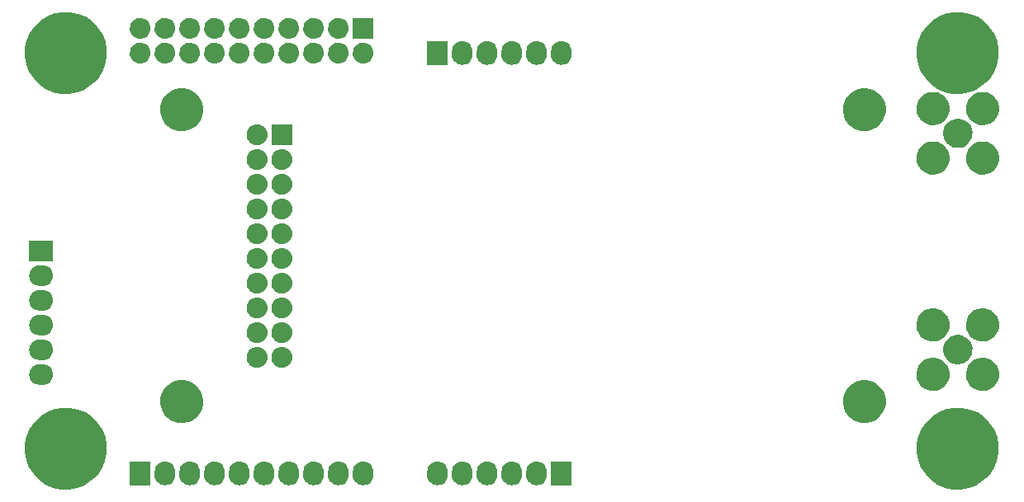
<source format=gbr>
G04 #@! TF.FileFunction,Soldermask,Top*
%FSLAX46Y46*%
G04 Gerber Fmt 4.6, Leading zero omitted, Abs format (unit mm)*
G04 Created by KiCad (PCBNEW 4.0.3-stable) date 09/21/16 12:07:47*
%MOMM*%
%LPD*%
G01*
G04 APERTURE LIST*
%ADD10C,0.100000*%
G04 APERTURE END LIST*
D10*
G36*
X41081144Y-143122794D02*
X41887989Y-143288415D01*
X42647287Y-143607594D01*
X43330139Y-144068184D01*
X43910519Y-144652629D01*
X44366325Y-145338674D01*
X44680201Y-146100192D01*
X44840048Y-146907479D01*
X44840048Y-146907501D01*
X44840180Y-146908169D01*
X44827044Y-147848947D01*
X44826892Y-147849615D01*
X44826892Y-147849634D01*
X44644567Y-148652139D01*
X44309551Y-149404597D01*
X43834765Y-150077650D01*
X43238294Y-150645661D01*
X42542848Y-151087004D01*
X41774931Y-151384860D01*
X40963778Y-151527889D01*
X40140295Y-151510638D01*
X39335848Y-151333770D01*
X38581073Y-151004017D01*
X37904724Y-150533941D01*
X37332559Y-149941447D01*
X36886372Y-149249101D01*
X36583162Y-148483279D01*
X36434475Y-147673147D01*
X36445975Y-146849567D01*
X36617224Y-146043901D01*
X36941701Y-145286840D01*
X37407044Y-144607225D01*
X37995527Y-144030939D01*
X38684738Y-143579932D01*
X39448424Y-143271382D01*
X40257500Y-143117043D01*
X41081144Y-143122794D01*
X41081144Y-143122794D01*
G37*
G36*
X132521144Y-143122794D02*
X133327989Y-143288415D01*
X134087287Y-143607594D01*
X134770139Y-144068184D01*
X135350519Y-144652629D01*
X135806325Y-145338674D01*
X136120201Y-146100192D01*
X136280048Y-146907479D01*
X136280048Y-146907501D01*
X136280180Y-146908169D01*
X136267044Y-147848947D01*
X136266892Y-147849615D01*
X136266892Y-147849634D01*
X136084567Y-148652139D01*
X135749551Y-149404597D01*
X135274765Y-150077650D01*
X134678294Y-150645661D01*
X133982848Y-151087004D01*
X133214931Y-151384860D01*
X132403778Y-151527889D01*
X131580295Y-151510638D01*
X130775848Y-151333770D01*
X130021073Y-151004017D01*
X129344724Y-150533941D01*
X128772559Y-149941447D01*
X128326372Y-149249101D01*
X128023162Y-148483279D01*
X127874475Y-147673147D01*
X127885975Y-146849567D01*
X128057224Y-146043901D01*
X128381701Y-145286840D01*
X128847044Y-144607225D01*
X129435527Y-144030939D01*
X130124738Y-143579932D01*
X130888424Y-143271382D01*
X131697500Y-143117043D01*
X132521144Y-143122794D01*
X132521144Y-143122794D01*
G37*
G36*
X71333768Y-148659825D02*
X71333791Y-148659832D01*
X71333866Y-148659840D01*
X71532162Y-148721222D01*
X71714758Y-148819952D01*
X71874699Y-148952267D01*
X72005895Y-149113129D01*
X72103347Y-149296410D01*
X72163344Y-149495128D01*
X72183600Y-149701716D01*
X72183600Y-150018360D01*
X72183525Y-150029078D01*
X72183524Y-150029084D01*
X72183496Y-150033134D01*
X72160358Y-150239419D01*
X72097592Y-150437281D01*
X71997591Y-150619183D01*
X71864162Y-150778197D01*
X71702388Y-150908267D01*
X71518432Y-151004437D01*
X71319299Y-151063045D01*
X71319233Y-151063051D01*
X71319209Y-151063058D01*
X71112579Y-151081863D01*
X70906232Y-151060175D01*
X70906209Y-151060168D01*
X70906134Y-151060160D01*
X70707838Y-150998778D01*
X70525242Y-150900048D01*
X70365301Y-150767733D01*
X70234105Y-150606871D01*
X70136653Y-150423590D01*
X70076656Y-150224872D01*
X70056400Y-150018284D01*
X70056400Y-149701640D01*
X70056475Y-149690922D01*
X70056476Y-149690916D01*
X70056504Y-149686866D01*
X70079642Y-149480581D01*
X70142408Y-149282719D01*
X70242409Y-149100817D01*
X70375838Y-148941803D01*
X70537612Y-148811733D01*
X70721568Y-148715563D01*
X70920701Y-148656955D01*
X70920767Y-148656949D01*
X70920791Y-148656942D01*
X71127421Y-148638137D01*
X71333768Y-148659825D01*
X71333768Y-148659825D01*
G37*
G36*
X53553768Y-148659825D02*
X53553791Y-148659832D01*
X53553866Y-148659840D01*
X53752162Y-148721222D01*
X53934758Y-148819952D01*
X54094699Y-148952267D01*
X54225895Y-149113129D01*
X54323347Y-149296410D01*
X54383344Y-149495128D01*
X54403600Y-149701716D01*
X54403600Y-150018360D01*
X54403525Y-150029078D01*
X54403524Y-150029084D01*
X54403496Y-150033134D01*
X54380358Y-150239419D01*
X54317592Y-150437281D01*
X54217591Y-150619183D01*
X54084162Y-150778197D01*
X53922388Y-150908267D01*
X53738432Y-151004437D01*
X53539299Y-151063045D01*
X53539233Y-151063051D01*
X53539209Y-151063058D01*
X53332579Y-151081863D01*
X53126232Y-151060175D01*
X53126209Y-151060168D01*
X53126134Y-151060160D01*
X52927838Y-150998778D01*
X52745242Y-150900048D01*
X52585301Y-150767733D01*
X52454105Y-150606871D01*
X52356653Y-150423590D01*
X52296656Y-150224872D01*
X52276400Y-150018284D01*
X52276400Y-149701640D01*
X52276475Y-149690922D01*
X52276476Y-149690916D01*
X52276504Y-149686866D01*
X52299642Y-149480581D01*
X52362408Y-149282719D01*
X52462409Y-149100817D01*
X52595838Y-148941803D01*
X52757612Y-148811733D01*
X52941568Y-148715563D01*
X53140701Y-148656955D01*
X53140767Y-148656949D01*
X53140791Y-148656942D01*
X53347421Y-148638137D01*
X53553768Y-148659825D01*
X53553768Y-148659825D01*
G37*
G36*
X56093768Y-148659825D02*
X56093791Y-148659832D01*
X56093866Y-148659840D01*
X56292162Y-148721222D01*
X56474758Y-148819952D01*
X56634699Y-148952267D01*
X56765895Y-149113129D01*
X56863347Y-149296410D01*
X56923344Y-149495128D01*
X56943600Y-149701716D01*
X56943600Y-150018360D01*
X56943525Y-150029078D01*
X56943524Y-150029084D01*
X56943496Y-150033134D01*
X56920358Y-150239419D01*
X56857592Y-150437281D01*
X56757591Y-150619183D01*
X56624162Y-150778197D01*
X56462388Y-150908267D01*
X56278432Y-151004437D01*
X56079299Y-151063045D01*
X56079233Y-151063051D01*
X56079209Y-151063058D01*
X55872579Y-151081863D01*
X55666232Y-151060175D01*
X55666209Y-151060168D01*
X55666134Y-151060160D01*
X55467838Y-150998778D01*
X55285242Y-150900048D01*
X55125301Y-150767733D01*
X54994105Y-150606871D01*
X54896653Y-150423590D01*
X54836656Y-150224872D01*
X54816400Y-150018284D01*
X54816400Y-149701640D01*
X54816475Y-149690922D01*
X54816476Y-149690916D01*
X54816504Y-149686866D01*
X54839642Y-149480581D01*
X54902408Y-149282719D01*
X55002409Y-149100817D01*
X55135838Y-148941803D01*
X55297612Y-148811733D01*
X55481568Y-148715563D01*
X55680701Y-148656955D01*
X55680767Y-148656949D01*
X55680791Y-148656942D01*
X55887421Y-148638137D01*
X56093768Y-148659825D01*
X56093768Y-148659825D01*
G37*
G36*
X51013768Y-148659825D02*
X51013791Y-148659832D01*
X51013866Y-148659840D01*
X51212162Y-148721222D01*
X51394758Y-148819952D01*
X51554699Y-148952267D01*
X51685895Y-149113129D01*
X51783347Y-149296410D01*
X51843344Y-149495128D01*
X51863600Y-149701716D01*
X51863600Y-150018360D01*
X51863525Y-150029078D01*
X51863524Y-150029084D01*
X51863496Y-150033134D01*
X51840358Y-150239419D01*
X51777592Y-150437281D01*
X51677591Y-150619183D01*
X51544162Y-150778197D01*
X51382388Y-150908267D01*
X51198432Y-151004437D01*
X50999299Y-151063045D01*
X50999233Y-151063051D01*
X50999209Y-151063058D01*
X50792579Y-151081863D01*
X50586232Y-151060175D01*
X50586209Y-151060168D01*
X50586134Y-151060160D01*
X50387838Y-150998778D01*
X50205242Y-150900048D01*
X50045301Y-150767733D01*
X49914105Y-150606871D01*
X49816653Y-150423590D01*
X49756656Y-150224872D01*
X49736400Y-150018284D01*
X49736400Y-149701640D01*
X49736475Y-149690922D01*
X49736476Y-149690916D01*
X49736504Y-149686866D01*
X49759642Y-149480581D01*
X49822408Y-149282719D01*
X49922409Y-149100817D01*
X50055838Y-148941803D01*
X50217612Y-148811733D01*
X50401568Y-148715563D01*
X50600701Y-148656955D01*
X50600767Y-148656949D01*
X50600791Y-148656942D01*
X50807421Y-148638137D01*
X51013768Y-148659825D01*
X51013768Y-148659825D01*
G37*
G36*
X58633768Y-148659825D02*
X58633791Y-148659832D01*
X58633866Y-148659840D01*
X58832162Y-148721222D01*
X59014758Y-148819952D01*
X59174699Y-148952267D01*
X59305895Y-149113129D01*
X59403347Y-149296410D01*
X59463344Y-149495128D01*
X59483600Y-149701716D01*
X59483600Y-150018360D01*
X59483525Y-150029078D01*
X59483524Y-150029084D01*
X59483496Y-150033134D01*
X59460358Y-150239419D01*
X59397592Y-150437281D01*
X59297591Y-150619183D01*
X59164162Y-150778197D01*
X59002388Y-150908267D01*
X58818432Y-151004437D01*
X58619299Y-151063045D01*
X58619233Y-151063051D01*
X58619209Y-151063058D01*
X58412579Y-151081863D01*
X58206232Y-151060175D01*
X58206209Y-151060168D01*
X58206134Y-151060160D01*
X58007838Y-150998778D01*
X57825242Y-150900048D01*
X57665301Y-150767733D01*
X57534105Y-150606871D01*
X57436653Y-150423590D01*
X57376656Y-150224872D01*
X57356400Y-150018284D01*
X57356400Y-149701640D01*
X57356475Y-149690922D01*
X57356476Y-149690916D01*
X57356504Y-149686866D01*
X57379642Y-149480581D01*
X57442408Y-149282719D01*
X57542409Y-149100817D01*
X57675838Y-148941803D01*
X57837612Y-148811733D01*
X58021568Y-148715563D01*
X58220701Y-148656955D01*
X58220767Y-148656949D01*
X58220791Y-148656942D01*
X58427421Y-148638137D01*
X58633768Y-148659825D01*
X58633768Y-148659825D01*
G37*
G36*
X61173768Y-148659825D02*
X61173791Y-148659832D01*
X61173866Y-148659840D01*
X61372162Y-148721222D01*
X61554758Y-148819952D01*
X61714699Y-148952267D01*
X61845895Y-149113129D01*
X61943347Y-149296410D01*
X62003344Y-149495128D01*
X62023600Y-149701716D01*
X62023600Y-150018360D01*
X62023525Y-150029078D01*
X62023524Y-150029084D01*
X62023496Y-150033134D01*
X62000358Y-150239419D01*
X61937592Y-150437281D01*
X61837591Y-150619183D01*
X61704162Y-150778197D01*
X61542388Y-150908267D01*
X61358432Y-151004437D01*
X61159299Y-151063045D01*
X61159233Y-151063051D01*
X61159209Y-151063058D01*
X60952579Y-151081863D01*
X60746232Y-151060175D01*
X60746209Y-151060168D01*
X60746134Y-151060160D01*
X60547838Y-150998778D01*
X60365242Y-150900048D01*
X60205301Y-150767733D01*
X60074105Y-150606871D01*
X59976653Y-150423590D01*
X59916656Y-150224872D01*
X59896400Y-150018284D01*
X59896400Y-149701640D01*
X59896475Y-149690922D01*
X59896476Y-149690916D01*
X59896504Y-149686866D01*
X59919642Y-149480581D01*
X59982408Y-149282719D01*
X60082409Y-149100817D01*
X60215838Y-148941803D01*
X60377612Y-148811733D01*
X60561568Y-148715563D01*
X60760701Y-148656955D01*
X60760767Y-148656949D01*
X60760791Y-148656942D01*
X60967421Y-148638137D01*
X61173768Y-148659825D01*
X61173768Y-148659825D01*
G37*
G36*
X63713768Y-148659825D02*
X63713791Y-148659832D01*
X63713866Y-148659840D01*
X63912162Y-148721222D01*
X64094758Y-148819952D01*
X64254699Y-148952267D01*
X64385895Y-149113129D01*
X64483347Y-149296410D01*
X64543344Y-149495128D01*
X64563600Y-149701716D01*
X64563600Y-150018360D01*
X64563525Y-150029078D01*
X64563524Y-150029084D01*
X64563496Y-150033134D01*
X64540358Y-150239419D01*
X64477592Y-150437281D01*
X64377591Y-150619183D01*
X64244162Y-150778197D01*
X64082388Y-150908267D01*
X63898432Y-151004437D01*
X63699299Y-151063045D01*
X63699233Y-151063051D01*
X63699209Y-151063058D01*
X63492579Y-151081863D01*
X63286232Y-151060175D01*
X63286209Y-151060168D01*
X63286134Y-151060160D01*
X63087838Y-150998778D01*
X62905242Y-150900048D01*
X62745301Y-150767733D01*
X62614105Y-150606871D01*
X62516653Y-150423590D01*
X62456656Y-150224872D01*
X62436400Y-150018284D01*
X62436400Y-149701640D01*
X62436475Y-149690922D01*
X62436476Y-149690916D01*
X62436504Y-149686866D01*
X62459642Y-149480581D01*
X62522408Y-149282719D01*
X62622409Y-149100817D01*
X62755838Y-148941803D01*
X62917612Y-148811733D01*
X63101568Y-148715563D01*
X63300701Y-148656955D01*
X63300767Y-148656949D01*
X63300791Y-148656942D01*
X63507421Y-148638137D01*
X63713768Y-148659825D01*
X63713768Y-148659825D01*
G37*
G36*
X66253768Y-148659825D02*
X66253791Y-148659832D01*
X66253866Y-148659840D01*
X66452162Y-148721222D01*
X66634758Y-148819952D01*
X66794699Y-148952267D01*
X66925895Y-149113129D01*
X67023347Y-149296410D01*
X67083344Y-149495128D01*
X67103600Y-149701716D01*
X67103600Y-150018360D01*
X67103525Y-150029078D01*
X67103524Y-150029084D01*
X67103496Y-150033134D01*
X67080358Y-150239419D01*
X67017592Y-150437281D01*
X66917591Y-150619183D01*
X66784162Y-150778197D01*
X66622388Y-150908267D01*
X66438432Y-151004437D01*
X66239299Y-151063045D01*
X66239233Y-151063051D01*
X66239209Y-151063058D01*
X66032579Y-151081863D01*
X65826232Y-151060175D01*
X65826209Y-151060168D01*
X65826134Y-151060160D01*
X65627838Y-150998778D01*
X65445242Y-150900048D01*
X65285301Y-150767733D01*
X65154105Y-150606871D01*
X65056653Y-150423590D01*
X64996656Y-150224872D01*
X64976400Y-150018284D01*
X64976400Y-149701640D01*
X64976475Y-149690922D01*
X64976476Y-149690916D01*
X64976504Y-149686866D01*
X64999642Y-149480581D01*
X65062408Y-149282719D01*
X65162409Y-149100817D01*
X65295838Y-148941803D01*
X65457612Y-148811733D01*
X65641568Y-148715563D01*
X65840701Y-148656955D01*
X65840767Y-148656949D01*
X65840791Y-148656942D01*
X66047421Y-148638137D01*
X66253768Y-148659825D01*
X66253768Y-148659825D01*
G37*
G36*
X68793768Y-148659825D02*
X68793791Y-148659832D01*
X68793866Y-148659840D01*
X68992162Y-148721222D01*
X69174758Y-148819952D01*
X69334699Y-148952267D01*
X69465895Y-149113129D01*
X69563347Y-149296410D01*
X69623344Y-149495128D01*
X69643600Y-149701716D01*
X69643600Y-150018360D01*
X69643525Y-150029078D01*
X69643524Y-150029084D01*
X69643496Y-150033134D01*
X69620358Y-150239419D01*
X69557592Y-150437281D01*
X69457591Y-150619183D01*
X69324162Y-150778197D01*
X69162388Y-150908267D01*
X68978432Y-151004437D01*
X68779299Y-151063045D01*
X68779233Y-151063051D01*
X68779209Y-151063058D01*
X68572579Y-151081863D01*
X68366232Y-151060175D01*
X68366209Y-151060168D01*
X68366134Y-151060160D01*
X68167838Y-150998778D01*
X67985242Y-150900048D01*
X67825301Y-150767733D01*
X67694105Y-150606871D01*
X67596653Y-150423590D01*
X67536656Y-150224872D01*
X67516400Y-150018284D01*
X67516400Y-149701640D01*
X67516475Y-149690922D01*
X67516476Y-149690916D01*
X67516504Y-149686866D01*
X67539642Y-149480581D01*
X67602408Y-149282719D01*
X67702409Y-149100817D01*
X67835838Y-148941803D01*
X67997612Y-148811733D01*
X68181568Y-148715563D01*
X68380701Y-148656955D01*
X68380767Y-148656949D01*
X68380791Y-148656942D01*
X68587421Y-148638137D01*
X68793768Y-148659825D01*
X68793768Y-148659825D01*
G37*
G36*
X78953768Y-148659825D02*
X78953791Y-148659832D01*
X78953866Y-148659840D01*
X79152162Y-148721222D01*
X79334758Y-148819952D01*
X79494699Y-148952267D01*
X79625895Y-149113129D01*
X79723347Y-149296410D01*
X79783344Y-149495128D01*
X79803600Y-149701716D01*
X79803600Y-150018360D01*
X79803525Y-150029078D01*
X79803524Y-150029084D01*
X79803496Y-150033134D01*
X79780358Y-150239419D01*
X79717592Y-150437281D01*
X79617591Y-150619183D01*
X79484162Y-150778197D01*
X79322388Y-150908267D01*
X79138432Y-151004437D01*
X78939299Y-151063045D01*
X78939233Y-151063051D01*
X78939209Y-151063058D01*
X78732579Y-151081863D01*
X78526232Y-151060175D01*
X78526209Y-151060168D01*
X78526134Y-151060160D01*
X78327838Y-150998778D01*
X78145242Y-150900048D01*
X77985301Y-150767733D01*
X77854105Y-150606871D01*
X77756653Y-150423590D01*
X77696656Y-150224872D01*
X77676400Y-150018284D01*
X77676400Y-149701640D01*
X77676475Y-149690922D01*
X77676476Y-149690916D01*
X77676504Y-149686866D01*
X77699642Y-149480581D01*
X77762408Y-149282719D01*
X77862409Y-149100817D01*
X77995838Y-148941803D01*
X78157612Y-148811733D01*
X78341568Y-148715563D01*
X78540701Y-148656955D01*
X78540767Y-148656949D01*
X78540791Y-148656942D01*
X78747421Y-148638137D01*
X78953768Y-148659825D01*
X78953768Y-148659825D01*
G37*
G36*
X81493768Y-148659825D02*
X81493791Y-148659832D01*
X81493866Y-148659840D01*
X81692162Y-148721222D01*
X81874758Y-148819952D01*
X82034699Y-148952267D01*
X82165895Y-149113129D01*
X82263347Y-149296410D01*
X82323344Y-149495128D01*
X82343600Y-149701716D01*
X82343600Y-150018360D01*
X82343525Y-150029078D01*
X82343524Y-150029084D01*
X82343496Y-150033134D01*
X82320358Y-150239419D01*
X82257592Y-150437281D01*
X82157591Y-150619183D01*
X82024162Y-150778197D01*
X81862388Y-150908267D01*
X81678432Y-151004437D01*
X81479299Y-151063045D01*
X81479233Y-151063051D01*
X81479209Y-151063058D01*
X81272579Y-151081863D01*
X81066232Y-151060175D01*
X81066209Y-151060168D01*
X81066134Y-151060160D01*
X80867838Y-150998778D01*
X80685242Y-150900048D01*
X80525301Y-150767733D01*
X80394105Y-150606871D01*
X80296653Y-150423590D01*
X80236656Y-150224872D01*
X80216400Y-150018284D01*
X80216400Y-149701640D01*
X80216475Y-149690922D01*
X80216476Y-149690916D01*
X80216504Y-149686866D01*
X80239642Y-149480581D01*
X80302408Y-149282719D01*
X80402409Y-149100817D01*
X80535838Y-148941803D01*
X80697612Y-148811733D01*
X80881568Y-148715563D01*
X81080701Y-148656955D01*
X81080767Y-148656949D01*
X81080791Y-148656942D01*
X81287421Y-148638137D01*
X81493768Y-148659825D01*
X81493768Y-148659825D01*
G37*
G36*
X84033768Y-148659825D02*
X84033791Y-148659832D01*
X84033866Y-148659840D01*
X84232162Y-148721222D01*
X84414758Y-148819952D01*
X84574699Y-148952267D01*
X84705895Y-149113129D01*
X84803347Y-149296410D01*
X84863344Y-149495128D01*
X84883600Y-149701716D01*
X84883600Y-150018360D01*
X84883525Y-150029078D01*
X84883524Y-150029084D01*
X84883496Y-150033134D01*
X84860358Y-150239419D01*
X84797592Y-150437281D01*
X84697591Y-150619183D01*
X84564162Y-150778197D01*
X84402388Y-150908267D01*
X84218432Y-151004437D01*
X84019299Y-151063045D01*
X84019233Y-151063051D01*
X84019209Y-151063058D01*
X83812579Y-151081863D01*
X83606232Y-151060175D01*
X83606209Y-151060168D01*
X83606134Y-151060160D01*
X83407838Y-150998778D01*
X83225242Y-150900048D01*
X83065301Y-150767733D01*
X82934105Y-150606871D01*
X82836653Y-150423590D01*
X82776656Y-150224872D01*
X82756400Y-150018284D01*
X82756400Y-149701640D01*
X82756475Y-149690922D01*
X82756476Y-149690916D01*
X82756504Y-149686866D01*
X82779642Y-149480581D01*
X82842408Y-149282719D01*
X82942409Y-149100817D01*
X83075838Y-148941803D01*
X83237612Y-148811733D01*
X83421568Y-148715563D01*
X83620701Y-148656955D01*
X83620767Y-148656949D01*
X83620791Y-148656942D01*
X83827421Y-148638137D01*
X84033768Y-148659825D01*
X84033768Y-148659825D01*
G37*
G36*
X86573768Y-148659825D02*
X86573791Y-148659832D01*
X86573866Y-148659840D01*
X86772162Y-148721222D01*
X86954758Y-148819952D01*
X87114699Y-148952267D01*
X87245895Y-149113129D01*
X87343347Y-149296410D01*
X87403344Y-149495128D01*
X87423600Y-149701716D01*
X87423600Y-150018360D01*
X87423525Y-150029078D01*
X87423524Y-150029084D01*
X87423496Y-150033134D01*
X87400358Y-150239419D01*
X87337592Y-150437281D01*
X87237591Y-150619183D01*
X87104162Y-150778197D01*
X86942388Y-150908267D01*
X86758432Y-151004437D01*
X86559299Y-151063045D01*
X86559233Y-151063051D01*
X86559209Y-151063058D01*
X86352579Y-151081863D01*
X86146232Y-151060175D01*
X86146209Y-151060168D01*
X86146134Y-151060160D01*
X85947838Y-150998778D01*
X85765242Y-150900048D01*
X85605301Y-150767733D01*
X85474105Y-150606871D01*
X85376653Y-150423590D01*
X85316656Y-150224872D01*
X85296400Y-150018284D01*
X85296400Y-149701640D01*
X85296475Y-149690922D01*
X85296476Y-149690916D01*
X85296504Y-149686866D01*
X85319642Y-149480581D01*
X85382408Y-149282719D01*
X85482409Y-149100817D01*
X85615838Y-148941803D01*
X85777612Y-148811733D01*
X85961568Y-148715563D01*
X86160701Y-148656955D01*
X86160767Y-148656949D01*
X86160791Y-148656942D01*
X86367421Y-148638137D01*
X86573768Y-148659825D01*
X86573768Y-148659825D01*
G37*
G36*
X89113768Y-148659825D02*
X89113791Y-148659832D01*
X89113866Y-148659840D01*
X89312162Y-148721222D01*
X89494758Y-148819952D01*
X89654699Y-148952267D01*
X89785895Y-149113129D01*
X89883347Y-149296410D01*
X89943344Y-149495128D01*
X89963600Y-149701716D01*
X89963600Y-150018360D01*
X89963525Y-150029078D01*
X89963524Y-150029084D01*
X89963496Y-150033134D01*
X89940358Y-150239419D01*
X89877592Y-150437281D01*
X89777591Y-150619183D01*
X89644162Y-150778197D01*
X89482388Y-150908267D01*
X89298432Y-151004437D01*
X89099299Y-151063045D01*
X89099233Y-151063051D01*
X89099209Y-151063058D01*
X88892579Y-151081863D01*
X88686232Y-151060175D01*
X88686209Y-151060168D01*
X88686134Y-151060160D01*
X88487838Y-150998778D01*
X88305242Y-150900048D01*
X88145301Y-150767733D01*
X88014105Y-150606871D01*
X87916653Y-150423590D01*
X87856656Y-150224872D01*
X87836400Y-150018284D01*
X87836400Y-149701640D01*
X87836475Y-149690922D01*
X87836476Y-149690916D01*
X87836504Y-149686866D01*
X87859642Y-149480581D01*
X87922408Y-149282719D01*
X88022409Y-149100817D01*
X88155838Y-148941803D01*
X88317612Y-148811733D01*
X88501568Y-148715563D01*
X88700701Y-148656955D01*
X88700767Y-148656949D01*
X88700791Y-148656942D01*
X88907421Y-148638137D01*
X89113768Y-148659825D01*
X89113768Y-148659825D01*
G37*
G36*
X49323600Y-151076000D02*
X47196400Y-151076000D01*
X47196400Y-148644000D01*
X49323600Y-148644000D01*
X49323600Y-151076000D01*
X49323600Y-151076000D01*
G37*
G36*
X92503600Y-151076000D02*
X90376400Y-151076000D01*
X90376400Y-148644000D01*
X92503600Y-148644000D01*
X92503600Y-151076000D01*
X92503600Y-151076000D01*
G37*
G36*
X122731076Y-140301462D02*
X123153709Y-140388215D01*
X123551438Y-140555405D01*
X123909123Y-140796666D01*
X124213131Y-141102804D01*
X124451886Y-141462161D01*
X124616298Y-141861052D01*
X124699962Y-142283589D01*
X124699962Y-142283611D01*
X124700094Y-142284279D01*
X124693213Y-142777067D01*
X124693062Y-142777730D01*
X124693062Y-142777754D01*
X124597633Y-143197787D01*
X124422146Y-143591937D01*
X124173452Y-143944482D01*
X123861013Y-144242015D01*
X123496728Y-144473196D01*
X123094491Y-144629214D01*
X122669598Y-144704135D01*
X122238250Y-144695098D01*
X121816871Y-144602452D01*
X121421513Y-144429725D01*
X121067235Y-144183495D01*
X120767529Y-143873141D01*
X120533812Y-143510482D01*
X120374987Y-143109336D01*
X120297103Y-142684981D01*
X120303127Y-142253584D01*
X120392829Y-141831567D01*
X120562794Y-141435009D01*
X120806545Y-141079021D01*
X121114799Y-140777156D01*
X121475813Y-140540915D01*
X121875839Y-140379294D01*
X122299642Y-140298449D01*
X122731076Y-140301462D01*
X122731076Y-140301462D01*
G37*
G36*
X52731076Y-140301462D02*
X53153709Y-140388215D01*
X53551438Y-140555405D01*
X53909123Y-140796666D01*
X54213131Y-141102804D01*
X54451886Y-141462161D01*
X54616298Y-141861052D01*
X54699962Y-142283589D01*
X54699962Y-142283611D01*
X54700094Y-142284279D01*
X54693213Y-142777067D01*
X54693062Y-142777730D01*
X54693062Y-142777754D01*
X54597633Y-143197787D01*
X54422146Y-143591937D01*
X54173452Y-143944482D01*
X53861013Y-144242015D01*
X53496728Y-144473196D01*
X53094491Y-144629214D01*
X52669598Y-144704135D01*
X52238250Y-144695098D01*
X51816871Y-144602452D01*
X51421513Y-144429725D01*
X51067235Y-144183495D01*
X50767529Y-143873141D01*
X50533812Y-143510482D01*
X50374987Y-143109336D01*
X50297103Y-142684981D01*
X50303127Y-142253584D01*
X50392829Y-141831567D01*
X50562794Y-141435009D01*
X50806545Y-141079021D01*
X51114799Y-140777156D01*
X51475813Y-140540915D01*
X51875839Y-140379294D01*
X52299642Y-140298449D01*
X52731076Y-140301462D01*
X52731076Y-140301462D01*
G37*
G36*
X129718559Y-138001129D02*
X130045140Y-138068166D01*
X130352475Y-138197358D01*
X130628869Y-138383788D01*
X130863783Y-138620348D01*
X131048275Y-138898033D01*
X131175322Y-139206272D01*
X131239940Y-139532614D01*
X131239940Y-139532633D01*
X131240073Y-139533306D01*
X131234756Y-139914097D01*
X131234604Y-139914765D01*
X131234604Y-139914784D01*
X131160898Y-140239203D01*
X131025298Y-140543763D01*
X130833120Y-140816194D01*
X130591692Y-141046101D01*
X130310200Y-141224743D01*
X129999379Y-141345302D01*
X129671052Y-141403195D01*
X129337739Y-141396213D01*
X129012127Y-141324622D01*
X128706624Y-141191152D01*
X128432864Y-141000883D01*
X128201273Y-140761064D01*
X128020674Y-140480828D01*
X127897943Y-140170849D01*
X127837761Y-139842941D01*
X127842416Y-139509588D01*
X127911731Y-139183484D01*
X128043068Y-138877052D01*
X128231422Y-138601970D01*
X128469614Y-138368714D01*
X128748586Y-138186160D01*
X129057693Y-138061272D01*
X129385178Y-137998801D01*
X129718559Y-138001129D01*
X129718559Y-138001129D01*
G37*
G36*
X134798559Y-138001129D02*
X135125140Y-138068166D01*
X135432475Y-138197358D01*
X135708869Y-138383788D01*
X135943783Y-138620348D01*
X136128275Y-138898033D01*
X136255322Y-139206272D01*
X136319940Y-139532614D01*
X136319940Y-139532633D01*
X136320073Y-139533306D01*
X136314756Y-139914097D01*
X136314604Y-139914765D01*
X136314604Y-139914784D01*
X136240898Y-140239203D01*
X136105298Y-140543763D01*
X135913120Y-140816194D01*
X135671692Y-141046101D01*
X135390200Y-141224743D01*
X135079379Y-141345302D01*
X134751052Y-141403195D01*
X134417739Y-141396213D01*
X134092127Y-141324622D01*
X133786624Y-141191152D01*
X133512864Y-141000883D01*
X133281273Y-140761064D01*
X133100674Y-140480828D01*
X132977943Y-140170849D01*
X132917761Y-139842941D01*
X132922416Y-139509588D01*
X132991731Y-139183484D01*
X133123068Y-138877052D01*
X133311422Y-138601970D01*
X133549614Y-138368714D01*
X133828586Y-138186160D01*
X134137693Y-138061272D01*
X134465178Y-137998801D01*
X134798559Y-138001129D01*
X134798559Y-138001129D01*
G37*
G36*
X38269078Y-138636475D02*
X38269084Y-138636476D01*
X38273134Y-138636504D01*
X38479419Y-138659642D01*
X38677281Y-138722408D01*
X38859183Y-138822409D01*
X39018197Y-138955838D01*
X39148267Y-139117612D01*
X39244437Y-139301568D01*
X39303045Y-139500701D01*
X39303051Y-139500767D01*
X39303058Y-139500791D01*
X39321863Y-139707421D01*
X39300175Y-139913768D01*
X39300168Y-139913791D01*
X39300160Y-139913866D01*
X39238778Y-140112162D01*
X39140048Y-140294758D01*
X39007733Y-140454699D01*
X38846871Y-140585895D01*
X38663590Y-140683347D01*
X38464872Y-140743344D01*
X38258284Y-140763600D01*
X37941640Y-140763600D01*
X37930922Y-140763525D01*
X37930916Y-140763524D01*
X37926866Y-140763496D01*
X37720581Y-140740358D01*
X37522719Y-140677592D01*
X37340817Y-140577591D01*
X37181803Y-140444162D01*
X37051733Y-140282388D01*
X36955563Y-140098432D01*
X36896955Y-139899299D01*
X36896949Y-139899233D01*
X36896942Y-139899209D01*
X36878137Y-139692579D01*
X36899825Y-139486232D01*
X36899832Y-139486209D01*
X36899840Y-139486134D01*
X36961222Y-139287838D01*
X37059952Y-139105242D01*
X37192267Y-138945301D01*
X37353129Y-138814105D01*
X37536410Y-138716653D01*
X37735128Y-138656656D01*
X37941716Y-138636400D01*
X38258360Y-138636400D01*
X38269078Y-138636475D01*
X38269078Y-138636475D01*
G37*
G36*
X62785940Y-136866475D02*
X62785946Y-136866476D01*
X62789996Y-136866504D01*
X62996281Y-136889642D01*
X63194143Y-136952408D01*
X63376045Y-137052409D01*
X63535059Y-137185838D01*
X63665129Y-137347612D01*
X63761299Y-137531568D01*
X63819907Y-137730701D01*
X63819913Y-137730767D01*
X63819920Y-137730791D01*
X63838725Y-137937421D01*
X63817037Y-138143768D01*
X63817030Y-138143791D01*
X63817022Y-138143866D01*
X63755640Y-138342162D01*
X63656910Y-138524758D01*
X63524595Y-138684699D01*
X63363733Y-138815895D01*
X63180452Y-138913347D01*
X62981734Y-138973344D01*
X62775146Y-138993600D01*
X62764778Y-138993600D01*
X62754060Y-138993525D01*
X62754054Y-138993524D01*
X62750004Y-138993496D01*
X62543719Y-138970358D01*
X62345857Y-138907592D01*
X62163955Y-138807591D01*
X62004941Y-138674162D01*
X61874871Y-138512388D01*
X61778701Y-138328432D01*
X61720093Y-138129299D01*
X61720087Y-138129233D01*
X61720080Y-138129209D01*
X61701275Y-137922579D01*
X61722963Y-137716232D01*
X61722970Y-137716209D01*
X61722978Y-137716134D01*
X61784360Y-137517838D01*
X61883090Y-137335242D01*
X62015405Y-137175301D01*
X62176267Y-137044105D01*
X62359548Y-136946653D01*
X62558266Y-136886656D01*
X62764854Y-136866400D01*
X62775222Y-136866400D01*
X62785940Y-136866475D01*
X62785940Y-136866475D01*
G37*
G36*
X60245940Y-136866475D02*
X60245946Y-136866476D01*
X60249996Y-136866504D01*
X60456281Y-136889642D01*
X60654143Y-136952408D01*
X60836045Y-137052409D01*
X60995059Y-137185838D01*
X61125129Y-137347612D01*
X61221299Y-137531568D01*
X61279907Y-137730701D01*
X61279913Y-137730767D01*
X61279920Y-137730791D01*
X61298725Y-137937421D01*
X61277037Y-138143768D01*
X61277030Y-138143791D01*
X61277022Y-138143866D01*
X61215640Y-138342162D01*
X61116910Y-138524758D01*
X60984595Y-138684699D01*
X60823733Y-138815895D01*
X60640452Y-138913347D01*
X60441734Y-138973344D01*
X60235146Y-138993600D01*
X60224778Y-138993600D01*
X60214060Y-138993525D01*
X60214054Y-138993524D01*
X60210004Y-138993496D01*
X60003719Y-138970358D01*
X59805857Y-138907592D01*
X59623955Y-138807591D01*
X59464941Y-138674162D01*
X59334871Y-138512388D01*
X59238701Y-138328432D01*
X59180093Y-138129299D01*
X59180087Y-138129233D01*
X59180080Y-138129209D01*
X59161275Y-137922579D01*
X59182963Y-137716232D01*
X59182970Y-137716209D01*
X59182978Y-137716134D01*
X59244360Y-137517838D01*
X59343090Y-137335242D01*
X59475405Y-137175301D01*
X59636267Y-137044105D01*
X59819548Y-136946653D01*
X60018266Y-136886656D01*
X60224854Y-136866400D01*
X60235222Y-136866400D01*
X60245940Y-136866475D01*
X60245940Y-136866475D01*
G37*
G36*
X132237557Y-135660995D02*
X132525710Y-135720144D01*
X132796888Y-135834137D01*
X133040767Y-135998635D01*
X133248045Y-136207365D01*
X133410832Y-136452381D01*
X133522932Y-136724353D01*
X133579932Y-137012228D01*
X133579932Y-137012249D01*
X133580064Y-137012917D01*
X133575373Y-137348910D01*
X133575221Y-137349578D01*
X133575221Y-137349597D01*
X133510206Y-137635764D01*
X133390555Y-137904505D01*
X133220992Y-138144875D01*
X133007965Y-138347738D01*
X132759587Y-138505363D01*
X132485337Y-138611738D01*
X132195634Y-138662821D01*
X131901533Y-138656659D01*
X131614230Y-138593493D01*
X131344668Y-138475723D01*
X131103114Y-138307839D01*
X130898769Y-138096233D01*
X130739417Y-137848967D01*
X130631125Y-137575455D01*
X130578024Y-137286124D01*
X130582131Y-136991990D01*
X130643292Y-136704245D01*
X130759174Y-136433872D01*
X130925371Y-136191149D01*
X131135544Y-135985333D01*
X131381690Y-135824259D01*
X131654435Y-135714063D01*
X131943392Y-135658941D01*
X132237557Y-135660995D01*
X132237557Y-135660995D01*
G37*
G36*
X38269078Y-136096475D02*
X38269084Y-136096476D01*
X38273134Y-136096504D01*
X38479419Y-136119642D01*
X38677281Y-136182408D01*
X38859183Y-136282409D01*
X39018197Y-136415838D01*
X39148267Y-136577612D01*
X39244437Y-136761568D01*
X39303045Y-136960701D01*
X39303051Y-136960767D01*
X39303058Y-136960791D01*
X39321863Y-137167421D01*
X39300175Y-137373768D01*
X39300168Y-137373791D01*
X39300160Y-137373866D01*
X39238778Y-137572162D01*
X39140048Y-137754758D01*
X39007733Y-137914699D01*
X38846871Y-138045895D01*
X38663590Y-138143347D01*
X38464872Y-138203344D01*
X38258284Y-138223600D01*
X37941640Y-138223600D01*
X37930922Y-138223525D01*
X37930916Y-138223524D01*
X37926866Y-138223496D01*
X37720581Y-138200358D01*
X37522719Y-138137592D01*
X37340817Y-138037591D01*
X37181803Y-137904162D01*
X37051733Y-137742388D01*
X36955563Y-137558432D01*
X36896955Y-137359299D01*
X36896949Y-137359233D01*
X36896942Y-137359209D01*
X36878137Y-137152579D01*
X36899825Y-136946232D01*
X36899832Y-136946209D01*
X36899840Y-136946134D01*
X36961222Y-136747838D01*
X37059952Y-136565242D01*
X37192267Y-136405301D01*
X37353129Y-136274105D01*
X37536410Y-136176653D01*
X37735128Y-136116656D01*
X37941716Y-136096400D01*
X38258360Y-136096400D01*
X38269078Y-136096475D01*
X38269078Y-136096475D01*
G37*
G36*
X62785940Y-134326475D02*
X62785946Y-134326476D01*
X62789996Y-134326504D01*
X62996281Y-134349642D01*
X63194143Y-134412408D01*
X63376045Y-134512409D01*
X63535059Y-134645838D01*
X63665129Y-134807612D01*
X63761299Y-134991568D01*
X63819907Y-135190701D01*
X63819913Y-135190767D01*
X63819920Y-135190791D01*
X63838725Y-135397421D01*
X63817037Y-135603768D01*
X63817030Y-135603791D01*
X63817022Y-135603866D01*
X63755640Y-135802162D01*
X63656910Y-135984758D01*
X63524595Y-136144699D01*
X63363733Y-136275895D01*
X63180452Y-136373347D01*
X62981734Y-136433344D01*
X62775146Y-136453600D01*
X62764778Y-136453600D01*
X62754060Y-136453525D01*
X62754054Y-136453524D01*
X62750004Y-136453496D01*
X62543719Y-136430358D01*
X62345857Y-136367592D01*
X62163955Y-136267591D01*
X62004941Y-136134162D01*
X61874871Y-135972388D01*
X61778701Y-135788432D01*
X61720093Y-135589299D01*
X61720087Y-135589233D01*
X61720080Y-135589209D01*
X61701275Y-135382579D01*
X61722963Y-135176232D01*
X61722970Y-135176209D01*
X61722978Y-135176134D01*
X61784360Y-134977838D01*
X61883090Y-134795242D01*
X62015405Y-134635301D01*
X62176267Y-134504105D01*
X62359548Y-134406653D01*
X62558266Y-134346656D01*
X62764854Y-134326400D01*
X62775222Y-134326400D01*
X62785940Y-134326475D01*
X62785940Y-134326475D01*
G37*
G36*
X60245940Y-134326475D02*
X60245946Y-134326476D01*
X60249996Y-134326504D01*
X60456281Y-134349642D01*
X60654143Y-134412408D01*
X60836045Y-134512409D01*
X60995059Y-134645838D01*
X61125129Y-134807612D01*
X61221299Y-134991568D01*
X61279907Y-135190701D01*
X61279913Y-135190767D01*
X61279920Y-135190791D01*
X61298725Y-135397421D01*
X61277037Y-135603768D01*
X61277030Y-135603791D01*
X61277022Y-135603866D01*
X61215640Y-135802162D01*
X61116910Y-135984758D01*
X60984595Y-136144699D01*
X60823733Y-136275895D01*
X60640452Y-136373347D01*
X60441734Y-136433344D01*
X60235146Y-136453600D01*
X60224778Y-136453600D01*
X60214060Y-136453525D01*
X60214054Y-136453524D01*
X60210004Y-136453496D01*
X60003719Y-136430358D01*
X59805857Y-136367592D01*
X59623955Y-136267591D01*
X59464941Y-136134162D01*
X59334871Y-135972388D01*
X59238701Y-135788432D01*
X59180093Y-135589299D01*
X59180087Y-135589233D01*
X59180080Y-135589209D01*
X59161275Y-135382579D01*
X59182963Y-135176232D01*
X59182970Y-135176209D01*
X59182978Y-135176134D01*
X59244360Y-134977838D01*
X59343090Y-134795242D01*
X59475405Y-134635301D01*
X59636267Y-134504105D01*
X59819548Y-134406653D01*
X60018266Y-134346656D01*
X60224854Y-134326400D01*
X60235222Y-134326400D01*
X60245940Y-134326475D01*
X60245940Y-134326475D01*
G37*
G36*
X129718559Y-132921129D02*
X130045140Y-132988166D01*
X130352475Y-133117358D01*
X130628869Y-133303788D01*
X130863783Y-133540348D01*
X131048275Y-133818033D01*
X131175322Y-134126272D01*
X131239940Y-134452614D01*
X131239940Y-134452633D01*
X131240073Y-134453306D01*
X131234756Y-134834097D01*
X131234604Y-134834765D01*
X131234604Y-134834784D01*
X131160898Y-135159203D01*
X131025298Y-135463763D01*
X130833120Y-135736194D01*
X130591692Y-135966101D01*
X130310200Y-136144743D01*
X129999379Y-136265302D01*
X129671052Y-136323195D01*
X129337739Y-136316213D01*
X129012127Y-136244622D01*
X128706624Y-136111152D01*
X128432864Y-135920883D01*
X128201273Y-135681064D01*
X128020674Y-135400828D01*
X127897943Y-135090849D01*
X127837761Y-134762941D01*
X127842416Y-134429588D01*
X127911731Y-134103484D01*
X128043068Y-133797052D01*
X128231422Y-133521970D01*
X128469614Y-133288714D01*
X128748586Y-133106160D01*
X129057693Y-132981272D01*
X129385178Y-132918801D01*
X129718559Y-132921129D01*
X129718559Y-132921129D01*
G37*
G36*
X134798559Y-132921129D02*
X135125140Y-132988166D01*
X135432475Y-133117358D01*
X135708869Y-133303788D01*
X135943783Y-133540348D01*
X136128275Y-133818033D01*
X136255322Y-134126272D01*
X136319940Y-134452614D01*
X136319940Y-134452633D01*
X136320073Y-134453306D01*
X136314756Y-134834097D01*
X136314604Y-134834765D01*
X136314604Y-134834784D01*
X136240898Y-135159203D01*
X136105298Y-135463763D01*
X135913120Y-135736194D01*
X135671692Y-135966101D01*
X135390200Y-136144743D01*
X135079379Y-136265302D01*
X134751052Y-136323195D01*
X134417739Y-136316213D01*
X134092127Y-136244622D01*
X133786624Y-136111152D01*
X133512864Y-135920883D01*
X133281273Y-135681064D01*
X133100674Y-135400828D01*
X132977943Y-135090849D01*
X132917761Y-134762941D01*
X132922416Y-134429588D01*
X132991731Y-134103484D01*
X133123068Y-133797052D01*
X133311422Y-133521970D01*
X133549614Y-133288714D01*
X133828586Y-133106160D01*
X134137693Y-132981272D01*
X134465178Y-132918801D01*
X134798559Y-132921129D01*
X134798559Y-132921129D01*
G37*
G36*
X38269078Y-133556475D02*
X38269084Y-133556476D01*
X38273134Y-133556504D01*
X38479419Y-133579642D01*
X38677281Y-133642408D01*
X38859183Y-133742409D01*
X39018197Y-133875838D01*
X39148267Y-134037612D01*
X39244437Y-134221568D01*
X39303045Y-134420701D01*
X39303051Y-134420767D01*
X39303058Y-134420791D01*
X39321863Y-134627421D01*
X39300175Y-134833768D01*
X39300168Y-134833791D01*
X39300160Y-134833866D01*
X39238778Y-135032162D01*
X39140048Y-135214758D01*
X39007733Y-135374699D01*
X38846871Y-135505895D01*
X38663590Y-135603347D01*
X38464872Y-135663344D01*
X38258284Y-135683600D01*
X37941640Y-135683600D01*
X37930922Y-135683525D01*
X37930916Y-135683524D01*
X37926866Y-135683496D01*
X37720581Y-135660358D01*
X37522719Y-135597592D01*
X37340817Y-135497591D01*
X37181803Y-135364162D01*
X37051733Y-135202388D01*
X36955563Y-135018432D01*
X36896955Y-134819299D01*
X36896949Y-134819233D01*
X36896942Y-134819209D01*
X36878137Y-134612579D01*
X36899825Y-134406232D01*
X36899832Y-134406209D01*
X36899840Y-134406134D01*
X36961222Y-134207838D01*
X37059952Y-134025242D01*
X37192267Y-133865301D01*
X37353129Y-133734105D01*
X37536410Y-133636653D01*
X37735128Y-133576656D01*
X37941716Y-133556400D01*
X38258360Y-133556400D01*
X38269078Y-133556475D01*
X38269078Y-133556475D01*
G37*
G36*
X62785940Y-131786475D02*
X62785946Y-131786476D01*
X62789996Y-131786504D01*
X62996281Y-131809642D01*
X63194143Y-131872408D01*
X63376045Y-131972409D01*
X63535059Y-132105838D01*
X63665129Y-132267612D01*
X63761299Y-132451568D01*
X63819907Y-132650701D01*
X63819913Y-132650767D01*
X63819920Y-132650791D01*
X63838725Y-132857421D01*
X63817037Y-133063768D01*
X63817030Y-133063791D01*
X63817022Y-133063866D01*
X63755640Y-133262162D01*
X63656910Y-133444758D01*
X63524595Y-133604699D01*
X63363733Y-133735895D01*
X63180452Y-133833347D01*
X62981734Y-133893344D01*
X62775146Y-133913600D01*
X62764778Y-133913600D01*
X62754060Y-133913525D01*
X62754054Y-133913524D01*
X62750004Y-133913496D01*
X62543719Y-133890358D01*
X62345857Y-133827592D01*
X62163955Y-133727591D01*
X62004941Y-133594162D01*
X61874871Y-133432388D01*
X61778701Y-133248432D01*
X61720093Y-133049299D01*
X61720087Y-133049233D01*
X61720080Y-133049209D01*
X61701275Y-132842579D01*
X61722963Y-132636232D01*
X61722970Y-132636209D01*
X61722978Y-132636134D01*
X61784360Y-132437838D01*
X61883090Y-132255242D01*
X62015405Y-132095301D01*
X62176267Y-131964105D01*
X62359548Y-131866653D01*
X62558266Y-131806656D01*
X62764854Y-131786400D01*
X62775222Y-131786400D01*
X62785940Y-131786475D01*
X62785940Y-131786475D01*
G37*
G36*
X60245940Y-131786475D02*
X60245946Y-131786476D01*
X60249996Y-131786504D01*
X60456281Y-131809642D01*
X60654143Y-131872408D01*
X60836045Y-131972409D01*
X60995059Y-132105838D01*
X61125129Y-132267612D01*
X61221299Y-132451568D01*
X61279907Y-132650701D01*
X61279913Y-132650767D01*
X61279920Y-132650791D01*
X61298725Y-132857421D01*
X61277037Y-133063768D01*
X61277030Y-133063791D01*
X61277022Y-133063866D01*
X61215640Y-133262162D01*
X61116910Y-133444758D01*
X60984595Y-133604699D01*
X60823733Y-133735895D01*
X60640452Y-133833347D01*
X60441734Y-133893344D01*
X60235146Y-133913600D01*
X60224778Y-133913600D01*
X60214060Y-133913525D01*
X60214054Y-133913524D01*
X60210004Y-133913496D01*
X60003719Y-133890358D01*
X59805857Y-133827592D01*
X59623955Y-133727591D01*
X59464941Y-133594162D01*
X59334871Y-133432388D01*
X59238701Y-133248432D01*
X59180093Y-133049299D01*
X59180087Y-133049233D01*
X59180080Y-133049209D01*
X59161275Y-132842579D01*
X59182963Y-132636232D01*
X59182970Y-132636209D01*
X59182978Y-132636134D01*
X59244360Y-132437838D01*
X59343090Y-132255242D01*
X59475405Y-132095301D01*
X59636267Y-131964105D01*
X59819548Y-131866653D01*
X60018266Y-131806656D01*
X60224854Y-131786400D01*
X60235222Y-131786400D01*
X60245940Y-131786475D01*
X60245940Y-131786475D01*
G37*
G36*
X38269078Y-131016475D02*
X38269084Y-131016476D01*
X38273134Y-131016504D01*
X38479419Y-131039642D01*
X38677281Y-131102408D01*
X38859183Y-131202409D01*
X39018197Y-131335838D01*
X39148267Y-131497612D01*
X39244437Y-131681568D01*
X39303045Y-131880701D01*
X39303051Y-131880767D01*
X39303058Y-131880791D01*
X39321863Y-132087421D01*
X39300175Y-132293768D01*
X39300168Y-132293791D01*
X39300160Y-132293866D01*
X39238778Y-132492162D01*
X39140048Y-132674758D01*
X39007733Y-132834699D01*
X38846871Y-132965895D01*
X38663590Y-133063347D01*
X38464872Y-133123344D01*
X38258284Y-133143600D01*
X37941640Y-133143600D01*
X37930922Y-133143525D01*
X37930916Y-133143524D01*
X37926866Y-133143496D01*
X37720581Y-133120358D01*
X37522719Y-133057592D01*
X37340817Y-132957591D01*
X37181803Y-132824162D01*
X37051733Y-132662388D01*
X36955563Y-132478432D01*
X36896955Y-132279299D01*
X36896949Y-132279233D01*
X36896942Y-132279209D01*
X36878137Y-132072579D01*
X36899825Y-131866232D01*
X36899832Y-131866209D01*
X36899840Y-131866134D01*
X36961222Y-131667838D01*
X37059952Y-131485242D01*
X37192267Y-131325301D01*
X37353129Y-131194105D01*
X37536410Y-131096653D01*
X37735128Y-131036656D01*
X37941716Y-131016400D01*
X38258360Y-131016400D01*
X38269078Y-131016475D01*
X38269078Y-131016475D01*
G37*
G36*
X62785940Y-129246475D02*
X62785946Y-129246476D01*
X62789996Y-129246504D01*
X62996281Y-129269642D01*
X63194143Y-129332408D01*
X63376045Y-129432409D01*
X63535059Y-129565838D01*
X63665129Y-129727612D01*
X63761299Y-129911568D01*
X63819907Y-130110701D01*
X63819913Y-130110767D01*
X63819920Y-130110791D01*
X63838725Y-130317421D01*
X63817037Y-130523768D01*
X63817030Y-130523791D01*
X63817022Y-130523866D01*
X63755640Y-130722162D01*
X63656910Y-130904758D01*
X63524595Y-131064699D01*
X63363733Y-131195895D01*
X63180452Y-131293347D01*
X62981734Y-131353344D01*
X62775146Y-131373600D01*
X62764778Y-131373600D01*
X62754060Y-131373525D01*
X62754054Y-131373524D01*
X62750004Y-131373496D01*
X62543719Y-131350358D01*
X62345857Y-131287592D01*
X62163955Y-131187591D01*
X62004941Y-131054162D01*
X61874871Y-130892388D01*
X61778701Y-130708432D01*
X61720093Y-130509299D01*
X61720087Y-130509233D01*
X61720080Y-130509209D01*
X61701275Y-130302579D01*
X61722963Y-130096232D01*
X61722970Y-130096209D01*
X61722978Y-130096134D01*
X61784360Y-129897838D01*
X61883090Y-129715242D01*
X62015405Y-129555301D01*
X62176267Y-129424105D01*
X62359548Y-129326653D01*
X62558266Y-129266656D01*
X62764854Y-129246400D01*
X62775222Y-129246400D01*
X62785940Y-129246475D01*
X62785940Y-129246475D01*
G37*
G36*
X60245940Y-129246475D02*
X60245946Y-129246476D01*
X60249996Y-129246504D01*
X60456281Y-129269642D01*
X60654143Y-129332408D01*
X60836045Y-129432409D01*
X60995059Y-129565838D01*
X61125129Y-129727612D01*
X61221299Y-129911568D01*
X61279907Y-130110701D01*
X61279913Y-130110767D01*
X61279920Y-130110791D01*
X61298725Y-130317421D01*
X61277037Y-130523768D01*
X61277030Y-130523791D01*
X61277022Y-130523866D01*
X61215640Y-130722162D01*
X61116910Y-130904758D01*
X60984595Y-131064699D01*
X60823733Y-131195895D01*
X60640452Y-131293347D01*
X60441734Y-131353344D01*
X60235146Y-131373600D01*
X60224778Y-131373600D01*
X60214060Y-131373525D01*
X60214054Y-131373524D01*
X60210004Y-131373496D01*
X60003719Y-131350358D01*
X59805857Y-131287592D01*
X59623955Y-131187591D01*
X59464941Y-131054162D01*
X59334871Y-130892388D01*
X59238701Y-130708432D01*
X59180093Y-130509299D01*
X59180087Y-130509233D01*
X59180080Y-130509209D01*
X59161275Y-130302579D01*
X59182963Y-130096232D01*
X59182970Y-130096209D01*
X59182978Y-130096134D01*
X59244360Y-129897838D01*
X59343090Y-129715242D01*
X59475405Y-129555301D01*
X59636267Y-129424105D01*
X59819548Y-129326653D01*
X60018266Y-129266656D01*
X60224854Y-129246400D01*
X60235222Y-129246400D01*
X60245940Y-129246475D01*
X60245940Y-129246475D01*
G37*
G36*
X38269078Y-128476475D02*
X38269084Y-128476476D01*
X38273134Y-128476504D01*
X38479419Y-128499642D01*
X38677281Y-128562408D01*
X38859183Y-128662409D01*
X39018197Y-128795838D01*
X39148267Y-128957612D01*
X39244437Y-129141568D01*
X39303045Y-129340701D01*
X39303051Y-129340767D01*
X39303058Y-129340791D01*
X39321863Y-129547421D01*
X39300175Y-129753768D01*
X39300168Y-129753791D01*
X39300160Y-129753866D01*
X39238778Y-129952162D01*
X39140048Y-130134758D01*
X39007733Y-130294699D01*
X38846871Y-130425895D01*
X38663590Y-130523347D01*
X38464872Y-130583344D01*
X38258284Y-130603600D01*
X37941640Y-130603600D01*
X37930922Y-130603525D01*
X37930916Y-130603524D01*
X37926866Y-130603496D01*
X37720581Y-130580358D01*
X37522719Y-130517592D01*
X37340817Y-130417591D01*
X37181803Y-130284162D01*
X37051733Y-130122388D01*
X36955563Y-129938432D01*
X36896955Y-129739299D01*
X36896949Y-129739233D01*
X36896942Y-129739209D01*
X36878137Y-129532579D01*
X36899825Y-129326232D01*
X36899832Y-129326209D01*
X36899840Y-129326134D01*
X36961222Y-129127838D01*
X37059952Y-128945242D01*
X37192267Y-128785301D01*
X37353129Y-128654105D01*
X37536410Y-128556653D01*
X37735128Y-128496656D01*
X37941716Y-128476400D01*
X38258360Y-128476400D01*
X38269078Y-128476475D01*
X38269078Y-128476475D01*
G37*
G36*
X62785940Y-126706475D02*
X62785946Y-126706476D01*
X62789996Y-126706504D01*
X62996281Y-126729642D01*
X63194143Y-126792408D01*
X63376045Y-126892409D01*
X63535059Y-127025838D01*
X63665129Y-127187612D01*
X63761299Y-127371568D01*
X63819907Y-127570701D01*
X63819913Y-127570767D01*
X63819920Y-127570791D01*
X63838725Y-127777421D01*
X63817037Y-127983768D01*
X63817030Y-127983791D01*
X63817022Y-127983866D01*
X63755640Y-128182162D01*
X63656910Y-128364758D01*
X63524595Y-128524699D01*
X63363733Y-128655895D01*
X63180452Y-128753347D01*
X62981734Y-128813344D01*
X62775146Y-128833600D01*
X62764778Y-128833600D01*
X62754060Y-128833525D01*
X62754054Y-128833524D01*
X62750004Y-128833496D01*
X62543719Y-128810358D01*
X62345857Y-128747592D01*
X62163955Y-128647591D01*
X62004941Y-128514162D01*
X61874871Y-128352388D01*
X61778701Y-128168432D01*
X61720093Y-127969299D01*
X61720087Y-127969233D01*
X61720080Y-127969209D01*
X61701275Y-127762579D01*
X61722963Y-127556232D01*
X61722970Y-127556209D01*
X61722978Y-127556134D01*
X61784360Y-127357838D01*
X61883090Y-127175242D01*
X62015405Y-127015301D01*
X62176267Y-126884105D01*
X62359548Y-126786653D01*
X62558266Y-126726656D01*
X62764854Y-126706400D01*
X62775222Y-126706400D01*
X62785940Y-126706475D01*
X62785940Y-126706475D01*
G37*
G36*
X60245940Y-126706475D02*
X60245946Y-126706476D01*
X60249996Y-126706504D01*
X60456281Y-126729642D01*
X60654143Y-126792408D01*
X60836045Y-126892409D01*
X60995059Y-127025838D01*
X61125129Y-127187612D01*
X61221299Y-127371568D01*
X61279907Y-127570701D01*
X61279913Y-127570767D01*
X61279920Y-127570791D01*
X61298725Y-127777421D01*
X61277037Y-127983768D01*
X61277030Y-127983791D01*
X61277022Y-127983866D01*
X61215640Y-128182162D01*
X61116910Y-128364758D01*
X60984595Y-128524699D01*
X60823733Y-128655895D01*
X60640452Y-128753347D01*
X60441734Y-128813344D01*
X60235146Y-128833600D01*
X60224778Y-128833600D01*
X60214060Y-128833525D01*
X60214054Y-128833524D01*
X60210004Y-128833496D01*
X60003719Y-128810358D01*
X59805857Y-128747592D01*
X59623955Y-128647591D01*
X59464941Y-128514162D01*
X59334871Y-128352388D01*
X59238701Y-128168432D01*
X59180093Y-127969299D01*
X59180087Y-127969233D01*
X59180080Y-127969209D01*
X59161275Y-127762579D01*
X59182963Y-127556232D01*
X59182970Y-127556209D01*
X59182978Y-127556134D01*
X59244360Y-127357838D01*
X59343090Y-127175242D01*
X59475405Y-127015301D01*
X59636267Y-126884105D01*
X59819548Y-126786653D01*
X60018266Y-126726656D01*
X60224854Y-126706400D01*
X60235222Y-126706400D01*
X60245940Y-126706475D01*
X60245940Y-126706475D01*
G37*
G36*
X39316000Y-128063600D02*
X36884000Y-128063600D01*
X36884000Y-125936400D01*
X39316000Y-125936400D01*
X39316000Y-128063600D01*
X39316000Y-128063600D01*
G37*
G36*
X62785940Y-124166475D02*
X62785946Y-124166476D01*
X62789996Y-124166504D01*
X62996281Y-124189642D01*
X63194143Y-124252408D01*
X63376045Y-124352409D01*
X63535059Y-124485838D01*
X63665129Y-124647612D01*
X63761299Y-124831568D01*
X63819907Y-125030701D01*
X63819913Y-125030767D01*
X63819920Y-125030791D01*
X63838725Y-125237421D01*
X63817037Y-125443768D01*
X63817030Y-125443791D01*
X63817022Y-125443866D01*
X63755640Y-125642162D01*
X63656910Y-125824758D01*
X63524595Y-125984699D01*
X63363733Y-126115895D01*
X63180452Y-126213347D01*
X62981734Y-126273344D01*
X62775146Y-126293600D01*
X62764778Y-126293600D01*
X62754060Y-126293525D01*
X62754054Y-126293524D01*
X62750004Y-126293496D01*
X62543719Y-126270358D01*
X62345857Y-126207592D01*
X62163955Y-126107591D01*
X62004941Y-125974162D01*
X61874871Y-125812388D01*
X61778701Y-125628432D01*
X61720093Y-125429299D01*
X61720087Y-125429233D01*
X61720080Y-125429209D01*
X61701275Y-125222579D01*
X61722963Y-125016232D01*
X61722970Y-125016209D01*
X61722978Y-125016134D01*
X61784360Y-124817838D01*
X61883090Y-124635242D01*
X62015405Y-124475301D01*
X62176267Y-124344105D01*
X62359548Y-124246653D01*
X62558266Y-124186656D01*
X62764854Y-124166400D01*
X62775222Y-124166400D01*
X62785940Y-124166475D01*
X62785940Y-124166475D01*
G37*
G36*
X60245940Y-124166475D02*
X60245946Y-124166476D01*
X60249996Y-124166504D01*
X60456281Y-124189642D01*
X60654143Y-124252408D01*
X60836045Y-124352409D01*
X60995059Y-124485838D01*
X61125129Y-124647612D01*
X61221299Y-124831568D01*
X61279907Y-125030701D01*
X61279913Y-125030767D01*
X61279920Y-125030791D01*
X61298725Y-125237421D01*
X61277037Y-125443768D01*
X61277030Y-125443791D01*
X61277022Y-125443866D01*
X61215640Y-125642162D01*
X61116910Y-125824758D01*
X60984595Y-125984699D01*
X60823733Y-126115895D01*
X60640452Y-126213347D01*
X60441734Y-126273344D01*
X60235146Y-126293600D01*
X60224778Y-126293600D01*
X60214060Y-126293525D01*
X60214054Y-126293524D01*
X60210004Y-126293496D01*
X60003719Y-126270358D01*
X59805857Y-126207592D01*
X59623955Y-126107591D01*
X59464941Y-125974162D01*
X59334871Y-125812388D01*
X59238701Y-125628432D01*
X59180093Y-125429299D01*
X59180087Y-125429233D01*
X59180080Y-125429209D01*
X59161275Y-125222579D01*
X59182963Y-125016232D01*
X59182970Y-125016209D01*
X59182978Y-125016134D01*
X59244360Y-124817838D01*
X59343090Y-124635242D01*
X59475405Y-124475301D01*
X59636267Y-124344105D01*
X59819548Y-124246653D01*
X60018266Y-124186656D01*
X60224854Y-124166400D01*
X60235222Y-124166400D01*
X60245940Y-124166475D01*
X60245940Y-124166475D01*
G37*
G36*
X62785940Y-121626475D02*
X62785946Y-121626476D01*
X62789996Y-121626504D01*
X62996281Y-121649642D01*
X63194143Y-121712408D01*
X63376045Y-121812409D01*
X63535059Y-121945838D01*
X63665129Y-122107612D01*
X63761299Y-122291568D01*
X63819907Y-122490701D01*
X63819913Y-122490767D01*
X63819920Y-122490791D01*
X63838725Y-122697421D01*
X63817037Y-122903768D01*
X63817030Y-122903791D01*
X63817022Y-122903866D01*
X63755640Y-123102162D01*
X63656910Y-123284758D01*
X63524595Y-123444699D01*
X63363733Y-123575895D01*
X63180452Y-123673347D01*
X62981734Y-123733344D01*
X62775146Y-123753600D01*
X62764778Y-123753600D01*
X62754060Y-123753525D01*
X62754054Y-123753524D01*
X62750004Y-123753496D01*
X62543719Y-123730358D01*
X62345857Y-123667592D01*
X62163955Y-123567591D01*
X62004941Y-123434162D01*
X61874871Y-123272388D01*
X61778701Y-123088432D01*
X61720093Y-122889299D01*
X61720087Y-122889233D01*
X61720080Y-122889209D01*
X61701275Y-122682579D01*
X61722963Y-122476232D01*
X61722970Y-122476209D01*
X61722978Y-122476134D01*
X61784360Y-122277838D01*
X61883090Y-122095242D01*
X62015405Y-121935301D01*
X62176267Y-121804105D01*
X62359548Y-121706653D01*
X62558266Y-121646656D01*
X62764854Y-121626400D01*
X62775222Y-121626400D01*
X62785940Y-121626475D01*
X62785940Y-121626475D01*
G37*
G36*
X60245940Y-121626475D02*
X60245946Y-121626476D01*
X60249996Y-121626504D01*
X60456281Y-121649642D01*
X60654143Y-121712408D01*
X60836045Y-121812409D01*
X60995059Y-121945838D01*
X61125129Y-122107612D01*
X61221299Y-122291568D01*
X61279907Y-122490701D01*
X61279913Y-122490767D01*
X61279920Y-122490791D01*
X61298725Y-122697421D01*
X61277037Y-122903768D01*
X61277030Y-122903791D01*
X61277022Y-122903866D01*
X61215640Y-123102162D01*
X61116910Y-123284758D01*
X60984595Y-123444699D01*
X60823733Y-123575895D01*
X60640452Y-123673347D01*
X60441734Y-123733344D01*
X60235146Y-123753600D01*
X60224778Y-123753600D01*
X60214060Y-123753525D01*
X60214054Y-123753524D01*
X60210004Y-123753496D01*
X60003719Y-123730358D01*
X59805857Y-123667592D01*
X59623955Y-123567591D01*
X59464941Y-123434162D01*
X59334871Y-123272388D01*
X59238701Y-123088432D01*
X59180093Y-122889299D01*
X59180087Y-122889233D01*
X59180080Y-122889209D01*
X59161275Y-122682579D01*
X59182963Y-122476232D01*
X59182970Y-122476209D01*
X59182978Y-122476134D01*
X59244360Y-122277838D01*
X59343090Y-122095242D01*
X59475405Y-121935301D01*
X59636267Y-121804105D01*
X59819548Y-121706653D01*
X60018266Y-121646656D01*
X60224854Y-121626400D01*
X60235222Y-121626400D01*
X60245940Y-121626475D01*
X60245940Y-121626475D01*
G37*
G36*
X60245940Y-119086475D02*
X60245946Y-119086476D01*
X60249996Y-119086504D01*
X60456281Y-119109642D01*
X60654143Y-119172408D01*
X60836045Y-119272409D01*
X60995059Y-119405838D01*
X61125129Y-119567612D01*
X61221299Y-119751568D01*
X61279907Y-119950701D01*
X61279913Y-119950767D01*
X61279920Y-119950791D01*
X61298725Y-120157421D01*
X61277037Y-120363768D01*
X61277030Y-120363791D01*
X61277022Y-120363866D01*
X61215640Y-120562162D01*
X61116910Y-120744758D01*
X60984595Y-120904699D01*
X60823733Y-121035895D01*
X60640452Y-121133347D01*
X60441734Y-121193344D01*
X60235146Y-121213600D01*
X60224778Y-121213600D01*
X60214060Y-121213525D01*
X60214054Y-121213524D01*
X60210004Y-121213496D01*
X60003719Y-121190358D01*
X59805857Y-121127592D01*
X59623955Y-121027591D01*
X59464941Y-120894162D01*
X59334871Y-120732388D01*
X59238701Y-120548432D01*
X59180093Y-120349299D01*
X59180087Y-120349233D01*
X59180080Y-120349209D01*
X59161275Y-120142579D01*
X59182963Y-119936232D01*
X59182970Y-119936209D01*
X59182978Y-119936134D01*
X59244360Y-119737838D01*
X59343090Y-119555242D01*
X59475405Y-119395301D01*
X59636267Y-119264105D01*
X59819548Y-119166653D01*
X60018266Y-119106656D01*
X60224854Y-119086400D01*
X60235222Y-119086400D01*
X60245940Y-119086475D01*
X60245940Y-119086475D01*
G37*
G36*
X62785940Y-119086475D02*
X62785946Y-119086476D01*
X62789996Y-119086504D01*
X62996281Y-119109642D01*
X63194143Y-119172408D01*
X63376045Y-119272409D01*
X63535059Y-119405838D01*
X63665129Y-119567612D01*
X63761299Y-119751568D01*
X63819907Y-119950701D01*
X63819913Y-119950767D01*
X63819920Y-119950791D01*
X63838725Y-120157421D01*
X63817037Y-120363768D01*
X63817030Y-120363791D01*
X63817022Y-120363866D01*
X63755640Y-120562162D01*
X63656910Y-120744758D01*
X63524595Y-120904699D01*
X63363733Y-121035895D01*
X63180452Y-121133347D01*
X62981734Y-121193344D01*
X62775146Y-121213600D01*
X62764778Y-121213600D01*
X62754060Y-121213525D01*
X62754054Y-121213524D01*
X62750004Y-121213496D01*
X62543719Y-121190358D01*
X62345857Y-121127592D01*
X62163955Y-121027591D01*
X62004941Y-120894162D01*
X61874871Y-120732388D01*
X61778701Y-120548432D01*
X61720093Y-120349299D01*
X61720087Y-120349233D01*
X61720080Y-120349209D01*
X61701275Y-120142579D01*
X61722963Y-119936232D01*
X61722970Y-119936209D01*
X61722978Y-119936134D01*
X61784360Y-119737838D01*
X61883090Y-119555242D01*
X62015405Y-119395301D01*
X62176267Y-119264105D01*
X62359548Y-119166653D01*
X62558266Y-119106656D01*
X62764854Y-119086400D01*
X62775222Y-119086400D01*
X62785940Y-119086475D01*
X62785940Y-119086475D01*
G37*
G36*
X129718559Y-115776129D02*
X130045140Y-115843166D01*
X130352475Y-115972358D01*
X130628869Y-116158788D01*
X130863783Y-116395348D01*
X131048275Y-116673033D01*
X131175322Y-116981272D01*
X131239940Y-117307614D01*
X131239940Y-117307633D01*
X131240073Y-117308306D01*
X131234756Y-117689097D01*
X131234604Y-117689765D01*
X131234604Y-117689784D01*
X131160898Y-118014203D01*
X131025298Y-118318763D01*
X130833120Y-118591194D01*
X130591692Y-118821101D01*
X130310200Y-118999743D01*
X129999379Y-119120302D01*
X129671052Y-119178195D01*
X129337739Y-119171213D01*
X129012127Y-119099622D01*
X128706624Y-118966152D01*
X128432864Y-118775883D01*
X128201273Y-118536064D01*
X128020674Y-118255828D01*
X127897943Y-117945849D01*
X127837761Y-117617941D01*
X127842416Y-117284588D01*
X127911731Y-116958484D01*
X128043068Y-116652052D01*
X128231422Y-116376970D01*
X128469614Y-116143714D01*
X128748586Y-115961160D01*
X129057693Y-115836272D01*
X129385178Y-115773801D01*
X129718559Y-115776129D01*
X129718559Y-115776129D01*
G37*
G36*
X134798559Y-115776129D02*
X135125140Y-115843166D01*
X135432475Y-115972358D01*
X135708869Y-116158788D01*
X135943783Y-116395348D01*
X136128275Y-116673033D01*
X136255322Y-116981272D01*
X136319940Y-117307614D01*
X136319940Y-117307633D01*
X136320073Y-117308306D01*
X136314756Y-117689097D01*
X136314604Y-117689765D01*
X136314604Y-117689784D01*
X136240898Y-118014203D01*
X136105298Y-118318763D01*
X135913120Y-118591194D01*
X135671692Y-118821101D01*
X135390200Y-118999743D01*
X135079379Y-119120302D01*
X134751052Y-119178195D01*
X134417739Y-119171213D01*
X134092127Y-119099622D01*
X133786624Y-118966152D01*
X133512864Y-118775883D01*
X133281273Y-118536064D01*
X133100674Y-118255828D01*
X132977943Y-117945849D01*
X132917761Y-117617941D01*
X132922416Y-117284588D01*
X132991731Y-116958484D01*
X133123068Y-116652052D01*
X133311422Y-116376970D01*
X133549614Y-116143714D01*
X133828586Y-115961160D01*
X134137693Y-115836272D01*
X134465178Y-115773801D01*
X134798559Y-115776129D01*
X134798559Y-115776129D01*
G37*
G36*
X60245940Y-116546475D02*
X60245946Y-116546476D01*
X60249996Y-116546504D01*
X60456281Y-116569642D01*
X60654143Y-116632408D01*
X60836045Y-116732409D01*
X60995059Y-116865838D01*
X61125129Y-117027612D01*
X61221299Y-117211568D01*
X61279907Y-117410701D01*
X61279913Y-117410767D01*
X61279920Y-117410791D01*
X61298725Y-117617421D01*
X61277037Y-117823768D01*
X61277030Y-117823791D01*
X61277022Y-117823866D01*
X61215640Y-118022162D01*
X61116910Y-118204758D01*
X60984595Y-118364699D01*
X60823733Y-118495895D01*
X60640452Y-118593347D01*
X60441734Y-118653344D01*
X60235146Y-118673600D01*
X60224778Y-118673600D01*
X60214060Y-118673525D01*
X60214054Y-118673524D01*
X60210004Y-118673496D01*
X60003719Y-118650358D01*
X59805857Y-118587592D01*
X59623955Y-118487591D01*
X59464941Y-118354162D01*
X59334871Y-118192388D01*
X59238701Y-118008432D01*
X59180093Y-117809299D01*
X59180087Y-117809233D01*
X59180080Y-117809209D01*
X59161275Y-117602579D01*
X59182963Y-117396232D01*
X59182970Y-117396209D01*
X59182978Y-117396134D01*
X59244360Y-117197838D01*
X59343090Y-117015242D01*
X59475405Y-116855301D01*
X59636267Y-116724105D01*
X59819548Y-116626653D01*
X60018266Y-116566656D01*
X60224854Y-116546400D01*
X60235222Y-116546400D01*
X60245940Y-116546475D01*
X60245940Y-116546475D01*
G37*
G36*
X62785940Y-116546475D02*
X62785946Y-116546476D01*
X62789996Y-116546504D01*
X62996281Y-116569642D01*
X63194143Y-116632408D01*
X63376045Y-116732409D01*
X63535059Y-116865838D01*
X63665129Y-117027612D01*
X63761299Y-117211568D01*
X63819907Y-117410701D01*
X63819913Y-117410767D01*
X63819920Y-117410791D01*
X63838725Y-117617421D01*
X63817037Y-117823768D01*
X63817030Y-117823791D01*
X63817022Y-117823866D01*
X63755640Y-118022162D01*
X63656910Y-118204758D01*
X63524595Y-118364699D01*
X63363733Y-118495895D01*
X63180452Y-118593347D01*
X62981734Y-118653344D01*
X62775146Y-118673600D01*
X62764778Y-118673600D01*
X62754060Y-118673525D01*
X62754054Y-118673524D01*
X62750004Y-118673496D01*
X62543719Y-118650358D01*
X62345857Y-118587592D01*
X62163955Y-118487591D01*
X62004941Y-118354162D01*
X61874871Y-118192388D01*
X61778701Y-118008432D01*
X61720093Y-117809299D01*
X61720087Y-117809233D01*
X61720080Y-117809209D01*
X61701275Y-117602579D01*
X61722963Y-117396232D01*
X61722970Y-117396209D01*
X61722978Y-117396134D01*
X61784360Y-117197838D01*
X61883090Y-117015242D01*
X62015405Y-116855301D01*
X62176267Y-116724105D01*
X62359548Y-116626653D01*
X62558266Y-116566656D01*
X62764854Y-116546400D01*
X62775222Y-116546400D01*
X62785940Y-116546475D01*
X62785940Y-116546475D01*
G37*
G36*
X132237557Y-113435995D02*
X132525710Y-113495144D01*
X132796888Y-113609137D01*
X133040767Y-113773635D01*
X133248045Y-113982365D01*
X133410832Y-114227381D01*
X133522932Y-114499353D01*
X133579932Y-114787228D01*
X133579932Y-114787249D01*
X133580064Y-114787917D01*
X133575373Y-115123910D01*
X133575221Y-115124578D01*
X133575221Y-115124597D01*
X133510206Y-115410764D01*
X133390555Y-115679505D01*
X133220992Y-115919875D01*
X133007965Y-116122738D01*
X132759587Y-116280363D01*
X132485337Y-116386738D01*
X132195634Y-116437821D01*
X131901533Y-116431659D01*
X131614230Y-116368493D01*
X131344668Y-116250723D01*
X131103114Y-116082839D01*
X130898769Y-115871233D01*
X130739417Y-115623967D01*
X130631125Y-115350455D01*
X130578024Y-115061124D01*
X130582131Y-114766990D01*
X130643292Y-114479245D01*
X130759174Y-114208872D01*
X130925371Y-113966149D01*
X131135544Y-113760333D01*
X131381690Y-113599259D01*
X131654435Y-113489063D01*
X131943392Y-113433941D01*
X132237557Y-113435995D01*
X132237557Y-113435995D01*
G37*
G36*
X60245940Y-114006475D02*
X60245946Y-114006476D01*
X60249996Y-114006504D01*
X60456281Y-114029642D01*
X60654143Y-114092408D01*
X60836045Y-114192409D01*
X60995059Y-114325838D01*
X61125129Y-114487612D01*
X61221299Y-114671568D01*
X61279907Y-114870701D01*
X61279913Y-114870767D01*
X61279920Y-114870791D01*
X61298725Y-115077421D01*
X61277037Y-115283768D01*
X61277030Y-115283791D01*
X61277022Y-115283866D01*
X61215640Y-115482162D01*
X61116910Y-115664758D01*
X60984595Y-115824699D01*
X60823733Y-115955895D01*
X60640452Y-116053347D01*
X60441734Y-116113344D01*
X60235146Y-116133600D01*
X60224778Y-116133600D01*
X60214060Y-116133525D01*
X60214054Y-116133524D01*
X60210004Y-116133496D01*
X60003719Y-116110358D01*
X59805857Y-116047592D01*
X59623955Y-115947591D01*
X59464941Y-115814162D01*
X59334871Y-115652388D01*
X59238701Y-115468432D01*
X59180093Y-115269299D01*
X59180087Y-115269233D01*
X59180080Y-115269209D01*
X59161275Y-115062579D01*
X59182963Y-114856232D01*
X59182970Y-114856209D01*
X59182978Y-114856134D01*
X59244360Y-114657838D01*
X59343090Y-114475242D01*
X59475405Y-114315301D01*
X59636267Y-114184105D01*
X59819548Y-114086653D01*
X60018266Y-114026656D01*
X60224854Y-114006400D01*
X60235222Y-114006400D01*
X60245940Y-114006475D01*
X60245940Y-114006475D01*
G37*
G36*
X63833600Y-116133600D02*
X61706400Y-116133600D01*
X61706400Y-114006400D01*
X63833600Y-114006400D01*
X63833600Y-116133600D01*
X63833600Y-116133600D01*
G37*
G36*
X122731076Y-110301462D02*
X123153709Y-110388215D01*
X123551438Y-110555405D01*
X123909123Y-110796666D01*
X124213131Y-111102804D01*
X124451886Y-111462161D01*
X124616298Y-111861052D01*
X124699962Y-112283589D01*
X124699962Y-112283611D01*
X124700094Y-112284279D01*
X124693213Y-112777067D01*
X124693062Y-112777730D01*
X124693062Y-112777754D01*
X124597633Y-113197787D01*
X124422146Y-113591937D01*
X124173452Y-113944482D01*
X123861013Y-114242015D01*
X123496728Y-114473196D01*
X123094491Y-114629214D01*
X122669598Y-114704135D01*
X122238250Y-114695098D01*
X121816871Y-114602452D01*
X121421513Y-114429725D01*
X121067235Y-114183495D01*
X120767529Y-113873141D01*
X120533812Y-113510482D01*
X120374987Y-113109336D01*
X120297103Y-112684981D01*
X120303127Y-112253584D01*
X120392829Y-111831567D01*
X120562794Y-111435009D01*
X120806545Y-111079021D01*
X121114799Y-110777156D01*
X121475813Y-110540915D01*
X121875839Y-110379294D01*
X122299642Y-110298449D01*
X122731076Y-110301462D01*
X122731076Y-110301462D01*
G37*
G36*
X52731076Y-110301462D02*
X53153709Y-110388215D01*
X53551438Y-110555405D01*
X53909123Y-110796666D01*
X54213131Y-111102804D01*
X54451886Y-111462161D01*
X54616298Y-111861052D01*
X54699962Y-112283589D01*
X54699962Y-112283611D01*
X54700094Y-112284279D01*
X54693213Y-112777067D01*
X54693062Y-112777730D01*
X54693062Y-112777754D01*
X54597633Y-113197787D01*
X54422146Y-113591937D01*
X54173452Y-113944482D01*
X53861013Y-114242015D01*
X53496728Y-114473196D01*
X53094491Y-114629214D01*
X52669598Y-114704135D01*
X52238250Y-114695098D01*
X51816871Y-114602452D01*
X51421513Y-114429725D01*
X51067235Y-114183495D01*
X50767529Y-113873141D01*
X50533812Y-113510482D01*
X50374987Y-113109336D01*
X50297103Y-112684981D01*
X50303127Y-112253584D01*
X50392829Y-111831567D01*
X50562794Y-111435009D01*
X50806545Y-111079021D01*
X51114799Y-110777156D01*
X51475813Y-110540915D01*
X51875839Y-110379294D01*
X52299642Y-110298449D01*
X52731076Y-110301462D01*
X52731076Y-110301462D01*
G37*
G36*
X134798559Y-110696129D02*
X135125140Y-110763166D01*
X135432475Y-110892358D01*
X135708869Y-111078788D01*
X135943783Y-111315348D01*
X136128275Y-111593033D01*
X136255322Y-111901272D01*
X136319940Y-112227614D01*
X136319940Y-112227633D01*
X136320073Y-112228306D01*
X136314756Y-112609097D01*
X136314604Y-112609765D01*
X136314604Y-112609784D01*
X136240898Y-112934203D01*
X136105298Y-113238763D01*
X135913120Y-113511194D01*
X135671692Y-113741101D01*
X135390200Y-113919743D01*
X135079379Y-114040302D01*
X134751052Y-114098195D01*
X134417739Y-114091213D01*
X134092127Y-114019622D01*
X133786624Y-113886152D01*
X133512864Y-113695883D01*
X133281273Y-113456064D01*
X133100674Y-113175828D01*
X132977943Y-112865849D01*
X132917761Y-112537941D01*
X132922416Y-112204588D01*
X132991731Y-111878484D01*
X133123068Y-111572052D01*
X133311422Y-111296970D01*
X133549614Y-111063714D01*
X133828586Y-110881160D01*
X134137693Y-110756272D01*
X134465178Y-110693801D01*
X134798559Y-110696129D01*
X134798559Y-110696129D01*
G37*
G36*
X129718559Y-110696129D02*
X130045140Y-110763166D01*
X130352475Y-110892358D01*
X130628869Y-111078788D01*
X130863783Y-111315348D01*
X131048275Y-111593033D01*
X131175322Y-111901272D01*
X131239940Y-112227614D01*
X131239940Y-112227633D01*
X131240073Y-112228306D01*
X131234756Y-112609097D01*
X131234604Y-112609765D01*
X131234604Y-112609784D01*
X131160898Y-112934203D01*
X131025298Y-113238763D01*
X130833120Y-113511194D01*
X130591692Y-113741101D01*
X130310200Y-113919743D01*
X129999379Y-114040302D01*
X129671052Y-114098195D01*
X129337739Y-114091213D01*
X129012127Y-114019622D01*
X128706624Y-113886152D01*
X128432864Y-113695883D01*
X128201273Y-113456064D01*
X128020674Y-113175828D01*
X127897943Y-112865849D01*
X127837761Y-112537941D01*
X127842416Y-112204588D01*
X127911731Y-111878484D01*
X128043068Y-111572052D01*
X128231422Y-111296970D01*
X128469614Y-111063714D01*
X128748586Y-110881160D01*
X129057693Y-110756272D01*
X129385178Y-110693801D01*
X129718559Y-110696129D01*
X129718559Y-110696129D01*
G37*
G36*
X132521144Y-102482794D02*
X133327989Y-102648415D01*
X134087287Y-102967594D01*
X134770139Y-103428184D01*
X135350519Y-104012629D01*
X135806325Y-104698674D01*
X136120201Y-105460192D01*
X136280048Y-106267479D01*
X136280048Y-106267501D01*
X136280180Y-106268169D01*
X136267044Y-107208947D01*
X136266892Y-107209615D01*
X136266892Y-107209634D01*
X136084567Y-108012139D01*
X135749551Y-108764597D01*
X135274765Y-109437650D01*
X134678294Y-110005661D01*
X133982848Y-110447004D01*
X133214931Y-110744860D01*
X132403778Y-110887889D01*
X131580295Y-110870638D01*
X130775848Y-110693770D01*
X130021073Y-110364017D01*
X129344724Y-109893941D01*
X128772559Y-109301447D01*
X128326372Y-108609101D01*
X128023162Y-107843279D01*
X127874475Y-107033147D01*
X127885975Y-106209567D01*
X128057224Y-105403901D01*
X128381701Y-104646840D01*
X128847044Y-103967225D01*
X129435527Y-103390939D01*
X130124738Y-102939932D01*
X130888424Y-102631382D01*
X131697500Y-102477043D01*
X132521144Y-102482794D01*
X132521144Y-102482794D01*
G37*
G36*
X41081144Y-102482794D02*
X41887989Y-102648415D01*
X42647287Y-102967594D01*
X43330139Y-103428184D01*
X43910519Y-104012629D01*
X44366325Y-104698674D01*
X44680201Y-105460192D01*
X44840048Y-106267479D01*
X44840048Y-106267501D01*
X44840180Y-106268169D01*
X44827044Y-107208947D01*
X44826892Y-107209615D01*
X44826892Y-107209634D01*
X44644567Y-108012139D01*
X44309551Y-108764597D01*
X43834765Y-109437650D01*
X43238294Y-110005661D01*
X42542848Y-110447004D01*
X41774931Y-110744860D01*
X40963778Y-110887889D01*
X40140295Y-110870638D01*
X39335848Y-110693770D01*
X38581073Y-110364017D01*
X37904724Y-109893941D01*
X37332559Y-109301447D01*
X36886372Y-108609101D01*
X36583162Y-107843279D01*
X36434475Y-107033147D01*
X36445975Y-106209567D01*
X36617224Y-105403901D01*
X36941701Y-104646840D01*
X37407044Y-103967225D01*
X37995527Y-103390939D01*
X38684738Y-102939932D01*
X39448424Y-102631382D01*
X40257500Y-102477043D01*
X41081144Y-102482794D01*
X41081144Y-102482794D01*
G37*
G36*
X91653768Y-105479825D02*
X91653791Y-105479832D01*
X91653866Y-105479840D01*
X91852162Y-105541222D01*
X92034758Y-105639952D01*
X92194699Y-105772267D01*
X92325895Y-105933129D01*
X92423347Y-106116410D01*
X92483344Y-106315128D01*
X92503600Y-106521716D01*
X92503600Y-106838360D01*
X92503525Y-106849078D01*
X92503524Y-106849084D01*
X92503496Y-106853134D01*
X92480358Y-107059419D01*
X92417592Y-107257281D01*
X92317591Y-107439183D01*
X92184162Y-107598197D01*
X92022388Y-107728267D01*
X91838432Y-107824437D01*
X91639299Y-107883045D01*
X91639233Y-107883051D01*
X91639209Y-107883058D01*
X91432579Y-107901863D01*
X91226232Y-107880175D01*
X91226209Y-107880168D01*
X91226134Y-107880160D01*
X91027838Y-107818778D01*
X90845242Y-107720048D01*
X90685301Y-107587733D01*
X90554105Y-107426871D01*
X90456653Y-107243590D01*
X90396656Y-107044872D01*
X90376400Y-106838284D01*
X90376400Y-106521640D01*
X90376475Y-106510922D01*
X90376476Y-106510916D01*
X90376504Y-106506866D01*
X90399642Y-106300581D01*
X90462408Y-106102719D01*
X90562409Y-105920817D01*
X90695838Y-105761803D01*
X90857612Y-105631733D01*
X91041568Y-105535563D01*
X91240701Y-105476955D01*
X91240767Y-105476949D01*
X91240791Y-105476942D01*
X91447421Y-105458137D01*
X91653768Y-105479825D01*
X91653768Y-105479825D01*
G37*
G36*
X89113768Y-105479825D02*
X89113791Y-105479832D01*
X89113866Y-105479840D01*
X89312162Y-105541222D01*
X89494758Y-105639952D01*
X89654699Y-105772267D01*
X89785895Y-105933129D01*
X89883347Y-106116410D01*
X89943344Y-106315128D01*
X89963600Y-106521716D01*
X89963600Y-106838360D01*
X89963525Y-106849078D01*
X89963524Y-106849084D01*
X89963496Y-106853134D01*
X89940358Y-107059419D01*
X89877592Y-107257281D01*
X89777591Y-107439183D01*
X89644162Y-107598197D01*
X89482388Y-107728267D01*
X89298432Y-107824437D01*
X89099299Y-107883045D01*
X89099233Y-107883051D01*
X89099209Y-107883058D01*
X88892579Y-107901863D01*
X88686232Y-107880175D01*
X88686209Y-107880168D01*
X88686134Y-107880160D01*
X88487838Y-107818778D01*
X88305242Y-107720048D01*
X88145301Y-107587733D01*
X88014105Y-107426871D01*
X87916653Y-107243590D01*
X87856656Y-107044872D01*
X87836400Y-106838284D01*
X87836400Y-106521640D01*
X87836475Y-106510922D01*
X87836476Y-106510916D01*
X87836504Y-106506866D01*
X87859642Y-106300581D01*
X87922408Y-106102719D01*
X88022409Y-105920817D01*
X88155838Y-105761803D01*
X88317612Y-105631733D01*
X88501568Y-105535563D01*
X88700701Y-105476955D01*
X88700767Y-105476949D01*
X88700791Y-105476942D01*
X88907421Y-105458137D01*
X89113768Y-105479825D01*
X89113768Y-105479825D01*
G37*
G36*
X86573768Y-105479825D02*
X86573791Y-105479832D01*
X86573866Y-105479840D01*
X86772162Y-105541222D01*
X86954758Y-105639952D01*
X87114699Y-105772267D01*
X87245895Y-105933129D01*
X87343347Y-106116410D01*
X87403344Y-106315128D01*
X87423600Y-106521716D01*
X87423600Y-106838360D01*
X87423525Y-106849078D01*
X87423524Y-106849084D01*
X87423496Y-106853134D01*
X87400358Y-107059419D01*
X87337592Y-107257281D01*
X87237591Y-107439183D01*
X87104162Y-107598197D01*
X86942388Y-107728267D01*
X86758432Y-107824437D01*
X86559299Y-107883045D01*
X86559233Y-107883051D01*
X86559209Y-107883058D01*
X86352579Y-107901863D01*
X86146232Y-107880175D01*
X86146209Y-107880168D01*
X86146134Y-107880160D01*
X85947838Y-107818778D01*
X85765242Y-107720048D01*
X85605301Y-107587733D01*
X85474105Y-107426871D01*
X85376653Y-107243590D01*
X85316656Y-107044872D01*
X85296400Y-106838284D01*
X85296400Y-106521640D01*
X85296475Y-106510922D01*
X85296476Y-106510916D01*
X85296504Y-106506866D01*
X85319642Y-106300581D01*
X85382408Y-106102719D01*
X85482409Y-105920817D01*
X85615838Y-105761803D01*
X85777612Y-105631733D01*
X85961568Y-105535563D01*
X86160701Y-105476955D01*
X86160767Y-105476949D01*
X86160791Y-105476942D01*
X86367421Y-105458137D01*
X86573768Y-105479825D01*
X86573768Y-105479825D01*
G37*
G36*
X84033768Y-105479825D02*
X84033791Y-105479832D01*
X84033866Y-105479840D01*
X84232162Y-105541222D01*
X84414758Y-105639952D01*
X84574699Y-105772267D01*
X84705895Y-105933129D01*
X84803347Y-106116410D01*
X84863344Y-106315128D01*
X84883600Y-106521716D01*
X84883600Y-106838360D01*
X84883525Y-106849078D01*
X84883524Y-106849084D01*
X84883496Y-106853134D01*
X84860358Y-107059419D01*
X84797592Y-107257281D01*
X84697591Y-107439183D01*
X84564162Y-107598197D01*
X84402388Y-107728267D01*
X84218432Y-107824437D01*
X84019299Y-107883045D01*
X84019233Y-107883051D01*
X84019209Y-107883058D01*
X83812579Y-107901863D01*
X83606232Y-107880175D01*
X83606209Y-107880168D01*
X83606134Y-107880160D01*
X83407838Y-107818778D01*
X83225242Y-107720048D01*
X83065301Y-107587733D01*
X82934105Y-107426871D01*
X82836653Y-107243590D01*
X82776656Y-107044872D01*
X82756400Y-106838284D01*
X82756400Y-106521640D01*
X82756475Y-106510922D01*
X82756476Y-106510916D01*
X82756504Y-106506866D01*
X82779642Y-106300581D01*
X82842408Y-106102719D01*
X82942409Y-105920817D01*
X83075838Y-105761803D01*
X83237612Y-105631733D01*
X83421568Y-105535563D01*
X83620701Y-105476955D01*
X83620767Y-105476949D01*
X83620791Y-105476942D01*
X83827421Y-105458137D01*
X84033768Y-105479825D01*
X84033768Y-105479825D01*
G37*
G36*
X81493768Y-105479825D02*
X81493791Y-105479832D01*
X81493866Y-105479840D01*
X81692162Y-105541222D01*
X81874758Y-105639952D01*
X82034699Y-105772267D01*
X82165895Y-105933129D01*
X82263347Y-106116410D01*
X82323344Y-106315128D01*
X82343600Y-106521716D01*
X82343600Y-106838360D01*
X82343525Y-106849078D01*
X82343524Y-106849084D01*
X82343496Y-106853134D01*
X82320358Y-107059419D01*
X82257592Y-107257281D01*
X82157591Y-107439183D01*
X82024162Y-107598197D01*
X81862388Y-107728267D01*
X81678432Y-107824437D01*
X81479299Y-107883045D01*
X81479233Y-107883051D01*
X81479209Y-107883058D01*
X81272579Y-107901863D01*
X81066232Y-107880175D01*
X81066209Y-107880168D01*
X81066134Y-107880160D01*
X80867838Y-107818778D01*
X80685242Y-107720048D01*
X80525301Y-107587733D01*
X80394105Y-107426871D01*
X80296653Y-107243590D01*
X80236656Y-107044872D01*
X80216400Y-106838284D01*
X80216400Y-106521640D01*
X80216475Y-106510922D01*
X80216476Y-106510916D01*
X80216504Y-106506866D01*
X80239642Y-106300581D01*
X80302408Y-106102719D01*
X80402409Y-105920817D01*
X80535838Y-105761803D01*
X80697612Y-105631733D01*
X80881568Y-105535563D01*
X81080701Y-105476955D01*
X81080767Y-105476949D01*
X81080791Y-105476942D01*
X81287421Y-105458137D01*
X81493768Y-105479825D01*
X81493768Y-105479825D01*
G37*
G36*
X79803600Y-107896000D02*
X77676400Y-107896000D01*
X77676400Y-105464000D01*
X79803600Y-105464000D01*
X79803600Y-107896000D01*
X79803600Y-107896000D01*
G37*
G36*
X71333768Y-105632963D02*
X71333791Y-105632970D01*
X71333866Y-105632978D01*
X71532162Y-105694360D01*
X71714758Y-105793090D01*
X71874699Y-105925405D01*
X72005895Y-106086267D01*
X72103347Y-106269548D01*
X72163344Y-106468266D01*
X72183600Y-106674854D01*
X72183600Y-106685222D01*
X72183525Y-106695940D01*
X72183524Y-106695946D01*
X72183496Y-106699996D01*
X72160358Y-106906281D01*
X72097592Y-107104143D01*
X71997591Y-107286045D01*
X71864162Y-107445059D01*
X71702388Y-107575129D01*
X71518432Y-107671299D01*
X71319299Y-107729907D01*
X71319233Y-107729913D01*
X71319209Y-107729920D01*
X71112579Y-107748725D01*
X70906232Y-107727037D01*
X70906209Y-107727030D01*
X70906134Y-107727022D01*
X70707838Y-107665640D01*
X70525242Y-107566910D01*
X70365301Y-107434595D01*
X70234105Y-107273733D01*
X70136653Y-107090452D01*
X70076656Y-106891734D01*
X70056400Y-106685146D01*
X70056400Y-106674778D01*
X70056475Y-106664060D01*
X70056476Y-106664054D01*
X70056504Y-106660004D01*
X70079642Y-106453719D01*
X70142408Y-106255857D01*
X70242409Y-106073955D01*
X70375838Y-105914941D01*
X70537612Y-105784871D01*
X70721568Y-105688701D01*
X70920701Y-105630093D01*
X70920767Y-105630087D01*
X70920791Y-105630080D01*
X71127421Y-105611275D01*
X71333768Y-105632963D01*
X71333768Y-105632963D01*
G37*
G36*
X68793768Y-105632963D02*
X68793791Y-105632970D01*
X68793866Y-105632978D01*
X68992162Y-105694360D01*
X69174758Y-105793090D01*
X69334699Y-105925405D01*
X69465895Y-106086267D01*
X69563347Y-106269548D01*
X69623344Y-106468266D01*
X69643600Y-106674854D01*
X69643600Y-106685222D01*
X69643525Y-106695940D01*
X69643524Y-106695946D01*
X69643496Y-106699996D01*
X69620358Y-106906281D01*
X69557592Y-107104143D01*
X69457591Y-107286045D01*
X69324162Y-107445059D01*
X69162388Y-107575129D01*
X68978432Y-107671299D01*
X68779299Y-107729907D01*
X68779233Y-107729913D01*
X68779209Y-107729920D01*
X68572579Y-107748725D01*
X68366232Y-107727037D01*
X68366209Y-107727030D01*
X68366134Y-107727022D01*
X68167838Y-107665640D01*
X67985242Y-107566910D01*
X67825301Y-107434595D01*
X67694105Y-107273733D01*
X67596653Y-107090452D01*
X67536656Y-106891734D01*
X67516400Y-106685146D01*
X67516400Y-106674778D01*
X67516475Y-106664060D01*
X67516476Y-106664054D01*
X67516504Y-106660004D01*
X67539642Y-106453719D01*
X67602408Y-106255857D01*
X67702409Y-106073955D01*
X67835838Y-105914941D01*
X67997612Y-105784871D01*
X68181568Y-105688701D01*
X68380701Y-105630093D01*
X68380767Y-105630087D01*
X68380791Y-105630080D01*
X68587421Y-105611275D01*
X68793768Y-105632963D01*
X68793768Y-105632963D01*
G37*
G36*
X63713768Y-105632963D02*
X63713791Y-105632970D01*
X63713866Y-105632978D01*
X63912162Y-105694360D01*
X64094758Y-105793090D01*
X64254699Y-105925405D01*
X64385895Y-106086267D01*
X64483347Y-106269548D01*
X64543344Y-106468266D01*
X64563600Y-106674854D01*
X64563600Y-106685222D01*
X64563525Y-106695940D01*
X64563524Y-106695946D01*
X64563496Y-106699996D01*
X64540358Y-106906281D01*
X64477592Y-107104143D01*
X64377591Y-107286045D01*
X64244162Y-107445059D01*
X64082388Y-107575129D01*
X63898432Y-107671299D01*
X63699299Y-107729907D01*
X63699233Y-107729913D01*
X63699209Y-107729920D01*
X63492579Y-107748725D01*
X63286232Y-107727037D01*
X63286209Y-107727030D01*
X63286134Y-107727022D01*
X63087838Y-107665640D01*
X62905242Y-107566910D01*
X62745301Y-107434595D01*
X62614105Y-107273733D01*
X62516653Y-107090452D01*
X62456656Y-106891734D01*
X62436400Y-106685146D01*
X62436400Y-106674778D01*
X62436475Y-106664060D01*
X62436476Y-106664054D01*
X62436504Y-106660004D01*
X62459642Y-106453719D01*
X62522408Y-106255857D01*
X62622409Y-106073955D01*
X62755838Y-105914941D01*
X62917612Y-105784871D01*
X63101568Y-105688701D01*
X63300701Y-105630093D01*
X63300767Y-105630087D01*
X63300791Y-105630080D01*
X63507421Y-105611275D01*
X63713768Y-105632963D01*
X63713768Y-105632963D01*
G37*
G36*
X61173768Y-105632963D02*
X61173791Y-105632970D01*
X61173866Y-105632978D01*
X61372162Y-105694360D01*
X61554758Y-105793090D01*
X61714699Y-105925405D01*
X61845895Y-106086267D01*
X61943347Y-106269548D01*
X62003344Y-106468266D01*
X62023600Y-106674854D01*
X62023600Y-106685222D01*
X62023525Y-106695940D01*
X62023524Y-106695946D01*
X62023496Y-106699996D01*
X62000358Y-106906281D01*
X61937592Y-107104143D01*
X61837591Y-107286045D01*
X61704162Y-107445059D01*
X61542388Y-107575129D01*
X61358432Y-107671299D01*
X61159299Y-107729907D01*
X61159233Y-107729913D01*
X61159209Y-107729920D01*
X60952579Y-107748725D01*
X60746232Y-107727037D01*
X60746209Y-107727030D01*
X60746134Y-107727022D01*
X60547838Y-107665640D01*
X60365242Y-107566910D01*
X60205301Y-107434595D01*
X60074105Y-107273733D01*
X59976653Y-107090452D01*
X59916656Y-106891734D01*
X59896400Y-106685146D01*
X59896400Y-106674778D01*
X59896475Y-106664060D01*
X59896476Y-106664054D01*
X59896504Y-106660004D01*
X59919642Y-106453719D01*
X59982408Y-106255857D01*
X60082409Y-106073955D01*
X60215838Y-105914941D01*
X60377612Y-105784871D01*
X60561568Y-105688701D01*
X60760701Y-105630093D01*
X60760767Y-105630087D01*
X60760791Y-105630080D01*
X60967421Y-105611275D01*
X61173768Y-105632963D01*
X61173768Y-105632963D01*
G37*
G36*
X56093768Y-105632963D02*
X56093791Y-105632970D01*
X56093866Y-105632978D01*
X56292162Y-105694360D01*
X56474758Y-105793090D01*
X56634699Y-105925405D01*
X56765895Y-106086267D01*
X56863347Y-106269548D01*
X56923344Y-106468266D01*
X56943600Y-106674854D01*
X56943600Y-106685222D01*
X56943525Y-106695940D01*
X56943524Y-106695946D01*
X56943496Y-106699996D01*
X56920358Y-106906281D01*
X56857592Y-107104143D01*
X56757591Y-107286045D01*
X56624162Y-107445059D01*
X56462388Y-107575129D01*
X56278432Y-107671299D01*
X56079299Y-107729907D01*
X56079233Y-107729913D01*
X56079209Y-107729920D01*
X55872579Y-107748725D01*
X55666232Y-107727037D01*
X55666209Y-107727030D01*
X55666134Y-107727022D01*
X55467838Y-107665640D01*
X55285242Y-107566910D01*
X55125301Y-107434595D01*
X54994105Y-107273733D01*
X54896653Y-107090452D01*
X54836656Y-106891734D01*
X54816400Y-106685146D01*
X54816400Y-106674778D01*
X54816475Y-106664060D01*
X54816476Y-106664054D01*
X54816504Y-106660004D01*
X54839642Y-106453719D01*
X54902408Y-106255857D01*
X55002409Y-106073955D01*
X55135838Y-105914941D01*
X55297612Y-105784871D01*
X55481568Y-105688701D01*
X55680701Y-105630093D01*
X55680767Y-105630087D01*
X55680791Y-105630080D01*
X55887421Y-105611275D01*
X56093768Y-105632963D01*
X56093768Y-105632963D01*
G37*
G36*
X58633768Y-105632963D02*
X58633791Y-105632970D01*
X58633866Y-105632978D01*
X58832162Y-105694360D01*
X59014758Y-105793090D01*
X59174699Y-105925405D01*
X59305895Y-106086267D01*
X59403347Y-106269548D01*
X59463344Y-106468266D01*
X59483600Y-106674854D01*
X59483600Y-106685222D01*
X59483525Y-106695940D01*
X59483524Y-106695946D01*
X59483496Y-106699996D01*
X59460358Y-106906281D01*
X59397592Y-107104143D01*
X59297591Y-107286045D01*
X59164162Y-107445059D01*
X59002388Y-107575129D01*
X58818432Y-107671299D01*
X58619299Y-107729907D01*
X58619233Y-107729913D01*
X58619209Y-107729920D01*
X58412579Y-107748725D01*
X58206232Y-107727037D01*
X58206209Y-107727030D01*
X58206134Y-107727022D01*
X58007838Y-107665640D01*
X57825242Y-107566910D01*
X57665301Y-107434595D01*
X57534105Y-107273733D01*
X57436653Y-107090452D01*
X57376656Y-106891734D01*
X57356400Y-106685146D01*
X57356400Y-106674778D01*
X57356475Y-106664060D01*
X57356476Y-106664054D01*
X57356504Y-106660004D01*
X57379642Y-106453719D01*
X57442408Y-106255857D01*
X57542409Y-106073955D01*
X57675838Y-105914941D01*
X57837612Y-105784871D01*
X58021568Y-105688701D01*
X58220701Y-105630093D01*
X58220767Y-105630087D01*
X58220791Y-105630080D01*
X58427421Y-105611275D01*
X58633768Y-105632963D01*
X58633768Y-105632963D01*
G37*
G36*
X53553768Y-105632963D02*
X53553791Y-105632970D01*
X53553866Y-105632978D01*
X53752162Y-105694360D01*
X53934758Y-105793090D01*
X54094699Y-105925405D01*
X54225895Y-106086267D01*
X54323347Y-106269548D01*
X54383344Y-106468266D01*
X54403600Y-106674854D01*
X54403600Y-106685222D01*
X54403525Y-106695940D01*
X54403524Y-106695946D01*
X54403496Y-106699996D01*
X54380358Y-106906281D01*
X54317592Y-107104143D01*
X54217591Y-107286045D01*
X54084162Y-107445059D01*
X53922388Y-107575129D01*
X53738432Y-107671299D01*
X53539299Y-107729907D01*
X53539233Y-107729913D01*
X53539209Y-107729920D01*
X53332579Y-107748725D01*
X53126232Y-107727037D01*
X53126209Y-107727030D01*
X53126134Y-107727022D01*
X52927838Y-107665640D01*
X52745242Y-107566910D01*
X52585301Y-107434595D01*
X52454105Y-107273733D01*
X52356653Y-107090452D01*
X52296656Y-106891734D01*
X52276400Y-106685146D01*
X52276400Y-106674778D01*
X52276475Y-106664060D01*
X52276476Y-106664054D01*
X52276504Y-106660004D01*
X52299642Y-106453719D01*
X52362408Y-106255857D01*
X52462409Y-106073955D01*
X52595838Y-105914941D01*
X52757612Y-105784871D01*
X52941568Y-105688701D01*
X53140701Y-105630093D01*
X53140767Y-105630087D01*
X53140791Y-105630080D01*
X53347421Y-105611275D01*
X53553768Y-105632963D01*
X53553768Y-105632963D01*
G37*
G36*
X51013768Y-105632963D02*
X51013791Y-105632970D01*
X51013866Y-105632978D01*
X51212162Y-105694360D01*
X51394758Y-105793090D01*
X51554699Y-105925405D01*
X51685895Y-106086267D01*
X51783347Y-106269548D01*
X51843344Y-106468266D01*
X51863600Y-106674854D01*
X51863600Y-106685222D01*
X51863525Y-106695940D01*
X51863524Y-106695946D01*
X51863496Y-106699996D01*
X51840358Y-106906281D01*
X51777592Y-107104143D01*
X51677591Y-107286045D01*
X51544162Y-107445059D01*
X51382388Y-107575129D01*
X51198432Y-107671299D01*
X50999299Y-107729907D01*
X50999233Y-107729913D01*
X50999209Y-107729920D01*
X50792579Y-107748725D01*
X50586232Y-107727037D01*
X50586209Y-107727030D01*
X50586134Y-107727022D01*
X50387838Y-107665640D01*
X50205242Y-107566910D01*
X50045301Y-107434595D01*
X49914105Y-107273733D01*
X49816653Y-107090452D01*
X49756656Y-106891734D01*
X49736400Y-106685146D01*
X49736400Y-106674778D01*
X49736475Y-106664060D01*
X49736476Y-106664054D01*
X49736504Y-106660004D01*
X49759642Y-106453719D01*
X49822408Y-106255857D01*
X49922409Y-106073955D01*
X50055838Y-105914941D01*
X50217612Y-105784871D01*
X50401568Y-105688701D01*
X50600701Y-105630093D01*
X50600767Y-105630087D01*
X50600791Y-105630080D01*
X50807421Y-105611275D01*
X51013768Y-105632963D01*
X51013768Y-105632963D01*
G37*
G36*
X48473768Y-105632963D02*
X48473791Y-105632970D01*
X48473866Y-105632978D01*
X48672162Y-105694360D01*
X48854758Y-105793090D01*
X49014699Y-105925405D01*
X49145895Y-106086267D01*
X49243347Y-106269548D01*
X49303344Y-106468266D01*
X49323600Y-106674854D01*
X49323600Y-106685222D01*
X49323525Y-106695940D01*
X49323524Y-106695946D01*
X49323496Y-106699996D01*
X49300358Y-106906281D01*
X49237592Y-107104143D01*
X49137591Y-107286045D01*
X49004162Y-107445059D01*
X48842388Y-107575129D01*
X48658432Y-107671299D01*
X48459299Y-107729907D01*
X48459233Y-107729913D01*
X48459209Y-107729920D01*
X48252579Y-107748725D01*
X48046232Y-107727037D01*
X48046209Y-107727030D01*
X48046134Y-107727022D01*
X47847838Y-107665640D01*
X47665242Y-107566910D01*
X47505301Y-107434595D01*
X47374105Y-107273733D01*
X47276653Y-107090452D01*
X47216656Y-106891734D01*
X47196400Y-106685146D01*
X47196400Y-106674778D01*
X47196475Y-106664060D01*
X47196476Y-106664054D01*
X47196504Y-106660004D01*
X47219642Y-106453719D01*
X47282408Y-106255857D01*
X47382409Y-106073955D01*
X47515838Y-105914941D01*
X47677612Y-105784871D01*
X47861568Y-105688701D01*
X48060701Y-105630093D01*
X48060767Y-105630087D01*
X48060791Y-105630080D01*
X48267421Y-105611275D01*
X48473768Y-105632963D01*
X48473768Y-105632963D01*
G37*
G36*
X66253768Y-105632963D02*
X66253791Y-105632970D01*
X66253866Y-105632978D01*
X66452162Y-105694360D01*
X66634758Y-105793090D01*
X66794699Y-105925405D01*
X66925895Y-106086267D01*
X67023347Y-106269548D01*
X67083344Y-106468266D01*
X67103600Y-106674854D01*
X67103600Y-106685222D01*
X67103525Y-106695940D01*
X67103524Y-106695946D01*
X67103496Y-106699996D01*
X67080358Y-106906281D01*
X67017592Y-107104143D01*
X66917591Y-107286045D01*
X66784162Y-107445059D01*
X66622388Y-107575129D01*
X66438432Y-107671299D01*
X66239299Y-107729907D01*
X66239233Y-107729913D01*
X66239209Y-107729920D01*
X66032579Y-107748725D01*
X65826232Y-107727037D01*
X65826209Y-107727030D01*
X65826134Y-107727022D01*
X65627838Y-107665640D01*
X65445242Y-107566910D01*
X65285301Y-107434595D01*
X65154105Y-107273733D01*
X65056653Y-107090452D01*
X64996656Y-106891734D01*
X64976400Y-106685146D01*
X64976400Y-106674778D01*
X64976475Y-106664060D01*
X64976476Y-106664054D01*
X64976504Y-106660004D01*
X64999642Y-106453719D01*
X65062408Y-106255857D01*
X65162409Y-106073955D01*
X65295838Y-105914941D01*
X65457612Y-105784871D01*
X65641568Y-105688701D01*
X65840701Y-105630093D01*
X65840767Y-105630087D01*
X65840791Y-105630080D01*
X66047421Y-105611275D01*
X66253768Y-105632963D01*
X66253768Y-105632963D01*
G37*
G36*
X56093768Y-103092963D02*
X56093791Y-103092970D01*
X56093866Y-103092978D01*
X56292162Y-103154360D01*
X56474758Y-103253090D01*
X56634699Y-103385405D01*
X56765895Y-103546267D01*
X56863347Y-103729548D01*
X56923344Y-103928266D01*
X56943600Y-104134854D01*
X56943600Y-104145222D01*
X56943525Y-104155940D01*
X56943524Y-104155946D01*
X56943496Y-104159996D01*
X56920358Y-104366281D01*
X56857592Y-104564143D01*
X56757591Y-104746045D01*
X56624162Y-104905059D01*
X56462388Y-105035129D01*
X56278432Y-105131299D01*
X56079299Y-105189907D01*
X56079233Y-105189913D01*
X56079209Y-105189920D01*
X55872579Y-105208725D01*
X55666232Y-105187037D01*
X55666209Y-105187030D01*
X55666134Y-105187022D01*
X55467838Y-105125640D01*
X55285242Y-105026910D01*
X55125301Y-104894595D01*
X54994105Y-104733733D01*
X54896653Y-104550452D01*
X54836656Y-104351734D01*
X54816400Y-104145146D01*
X54816400Y-104134778D01*
X54816475Y-104124060D01*
X54816476Y-104124054D01*
X54816504Y-104120004D01*
X54839642Y-103913719D01*
X54902408Y-103715857D01*
X55002409Y-103533955D01*
X55135838Y-103374941D01*
X55297612Y-103244871D01*
X55481568Y-103148701D01*
X55680701Y-103090093D01*
X55680767Y-103090087D01*
X55680791Y-103090080D01*
X55887421Y-103071275D01*
X56093768Y-103092963D01*
X56093768Y-103092963D01*
G37*
G36*
X48473768Y-103092963D02*
X48473791Y-103092970D01*
X48473866Y-103092978D01*
X48672162Y-103154360D01*
X48854758Y-103253090D01*
X49014699Y-103385405D01*
X49145895Y-103546267D01*
X49243347Y-103729548D01*
X49303344Y-103928266D01*
X49323600Y-104134854D01*
X49323600Y-104145222D01*
X49323525Y-104155940D01*
X49323524Y-104155946D01*
X49323496Y-104159996D01*
X49300358Y-104366281D01*
X49237592Y-104564143D01*
X49137591Y-104746045D01*
X49004162Y-104905059D01*
X48842388Y-105035129D01*
X48658432Y-105131299D01*
X48459299Y-105189907D01*
X48459233Y-105189913D01*
X48459209Y-105189920D01*
X48252579Y-105208725D01*
X48046232Y-105187037D01*
X48046209Y-105187030D01*
X48046134Y-105187022D01*
X47847838Y-105125640D01*
X47665242Y-105026910D01*
X47505301Y-104894595D01*
X47374105Y-104733733D01*
X47276653Y-104550452D01*
X47216656Y-104351734D01*
X47196400Y-104145146D01*
X47196400Y-104134778D01*
X47196475Y-104124060D01*
X47196476Y-104124054D01*
X47196504Y-104120004D01*
X47219642Y-103913719D01*
X47282408Y-103715857D01*
X47382409Y-103533955D01*
X47515838Y-103374941D01*
X47677612Y-103244871D01*
X47861568Y-103148701D01*
X48060701Y-103090093D01*
X48060767Y-103090087D01*
X48060791Y-103090080D01*
X48267421Y-103071275D01*
X48473768Y-103092963D01*
X48473768Y-103092963D01*
G37*
G36*
X51013768Y-103092963D02*
X51013791Y-103092970D01*
X51013866Y-103092978D01*
X51212162Y-103154360D01*
X51394758Y-103253090D01*
X51554699Y-103385405D01*
X51685895Y-103546267D01*
X51783347Y-103729548D01*
X51843344Y-103928266D01*
X51863600Y-104134854D01*
X51863600Y-104145222D01*
X51863525Y-104155940D01*
X51863524Y-104155946D01*
X51863496Y-104159996D01*
X51840358Y-104366281D01*
X51777592Y-104564143D01*
X51677591Y-104746045D01*
X51544162Y-104905059D01*
X51382388Y-105035129D01*
X51198432Y-105131299D01*
X50999299Y-105189907D01*
X50999233Y-105189913D01*
X50999209Y-105189920D01*
X50792579Y-105208725D01*
X50586232Y-105187037D01*
X50586209Y-105187030D01*
X50586134Y-105187022D01*
X50387838Y-105125640D01*
X50205242Y-105026910D01*
X50045301Y-104894595D01*
X49914105Y-104733733D01*
X49816653Y-104550452D01*
X49756656Y-104351734D01*
X49736400Y-104145146D01*
X49736400Y-104134778D01*
X49736475Y-104124060D01*
X49736476Y-104124054D01*
X49736504Y-104120004D01*
X49759642Y-103913719D01*
X49822408Y-103715857D01*
X49922409Y-103533955D01*
X50055838Y-103374941D01*
X50217612Y-103244871D01*
X50401568Y-103148701D01*
X50600701Y-103090093D01*
X50600767Y-103090087D01*
X50600791Y-103090080D01*
X50807421Y-103071275D01*
X51013768Y-103092963D01*
X51013768Y-103092963D01*
G37*
G36*
X61173768Y-103092963D02*
X61173791Y-103092970D01*
X61173866Y-103092978D01*
X61372162Y-103154360D01*
X61554758Y-103253090D01*
X61714699Y-103385405D01*
X61845895Y-103546267D01*
X61943347Y-103729548D01*
X62003344Y-103928266D01*
X62023600Y-104134854D01*
X62023600Y-104145222D01*
X62023525Y-104155940D01*
X62023524Y-104155946D01*
X62023496Y-104159996D01*
X62000358Y-104366281D01*
X61937592Y-104564143D01*
X61837591Y-104746045D01*
X61704162Y-104905059D01*
X61542388Y-105035129D01*
X61358432Y-105131299D01*
X61159299Y-105189907D01*
X61159233Y-105189913D01*
X61159209Y-105189920D01*
X60952579Y-105208725D01*
X60746232Y-105187037D01*
X60746209Y-105187030D01*
X60746134Y-105187022D01*
X60547838Y-105125640D01*
X60365242Y-105026910D01*
X60205301Y-104894595D01*
X60074105Y-104733733D01*
X59976653Y-104550452D01*
X59916656Y-104351734D01*
X59896400Y-104145146D01*
X59896400Y-104134778D01*
X59896475Y-104124060D01*
X59896476Y-104124054D01*
X59896504Y-104120004D01*
X59919642Y-103913719D01*
X59982408Y-103715857D01*
X60082409Y-103533955D01*
X60215838Y-103374941D01*
X60377612Y-103244871D01*
X60561568Y-103148701D01*
X60760701Y-103090093D01*
X60760767Y-103090087D01*
X60760791Y-103090080D01*
X60967421Y-103071275D01*
X61173768Y-103092963D01*
X61173768Y-103092963D01*
G37*
G36*
X63713768Y-103092963D02*
X63713791Y-103092970D01*
X63713866Y-103092978D01*
X63912162Y-103154360D01*
X64094758Y-103253090D01*
X64254699Y-103385405D01*
X64385895Y-103546267D01*
X64483347Y-103729548D01*
X64543344Y-103928266D01*
X64563600Y-104134854D01*
X64563600Y-104145222D01*
X64563525Y-104155940D01*
X64563524Y-104155946D01*
X64563496Y-104159996D01*
X64540358Y-104366281D01*
X64477592Y-104564143D01*
X64377591Y-104746045D01*
X64244162Y-104905059D01*
X64082388Y-105035129D01*
X63898432Y-105131299D01*
X63699299Y-105189907D01*
X63699233Y-105189913D01*
X63699209Y-105189920D01*
X63492579Y-105208725D01*
X63286232Y-105187037D01*
X63286209Y-105187030D01*
X63286134Y-105187022D01*
X63087838Y-105125640D01*
X62905242Y-105026910D01*
X62745301Y-104894595D01*
X62614105Y-104733733D01*
X62516653Y-104550452D01*
X62456656Y-104351734D01*
X62436400Y-104145146D01*
X62436400Y-104134778D01*
X62436475Y-104124060D01*
X62436476Y-104124054D01*
X62436504Y-104120004D01*
X62459642Y-103913719D01*
X62522408Y-103715857D01*
X62622409Y-103533955D01*
X62755838Y-103374941D01*
X62917612Y-103244871D01*
X63101568Y-103148701D01*
X63300701Y-103090093D01*
X63300767Y-103090087D01*
X63300791Y-103090080D01*
X63507421Y-103071275D01*
X63713768Y-103092963D01*
X63713768Y-103092963D01*
G37*
G36*
X66253768Y-103092963D02*
X66253791Y-103092970D01*
X66253866Y-103092978D01*
X66452162Y-103154360D01*
X66634758Y-103253090D01*
X66794699Y-103385405D01*
X66925895Y-103546267D01*
X67023347Y-103729548D01*
X67083344Y-103928266D01*
X67103600Y-104134854D01*
X67103600Y-104145222D01*
X67103525Y-104155940D01*
X67103524Y-104155946D01*
X67103496Y-104159996D01*
X67080358Y-104366281D01*
X67017592Y-104564143D01*
X66917591Y-104746045D01*
X66784162Y-104905059D01*
X66622388Y-105035129D01*
X66438432Y-105131299D01*
X66239299Y-105189907D01*
X66239233Y-105189913D01*
X66239209Y-105189920D01*
X66032579Y-105208725D01*
X65826232Y-105187037D01*
X65826209Y-105187030D01*
X65826134Y-105187022D01*
X65627838Y-105125640D01*
X65445242Y-105026910D01*
X65285301Y-104894595D01*
X65154105Y-104733733D01*
X65056653Y-104550452D01*
X64996656Y-104351734D01*
X64976400Y-104145146D01*
X64976400Y-104134778D01*
X64976475Y-104124060D01*
X64976476Y-104124054D01*
X64976504Y-104120004D01*
X64999642Y-103913719D01*
X65062408Y-103715857D01*
X65162409Y-103533955D01*
X65295838Y-103374941D01*
X65457612Y-103244871D01*
X65641568Y-103148701D01*
X65840701Y-103090093D01*
X65840767Y-103090087D01*
X65840791Y-103090080D01*
X66047421Y-103071275D01*
X66253768Y-103092963D01*
X66253768Y-103092963D01*
G37*
G36*
X68793768Y-103092963D02*
X68793791Y-103092970D01*
X68793866Y-103092978D01*
X68992162Y-103154360D01*
X69174758Y-103253090D01*
X69334699Y-103385405D01*
X69465895Y-103546267D01*
X69563347Y-103729548D01*
X69623344Y-103928266D01*
X69643600Y-104134854D01*
X69643600Y-104145222D01*
X69643525Y-104155940D01*
X69643524Y-104155946D01*
X69643496Y-104159996D01*
X69620358Y-104366281D01*
X69557592Y-104564143D01*
X69457591Y-104746045D01*
X69324162Y-104905059D01*
X69162388Y-105035129D01*
X68978432Y-105131299D01*
X68779299Y-105189907D01*
X68779233Y-105189913D01*
X68779209Y-105189920D01*
X68572579Y-105208725D01*
X68366232Y-105187037D01*
X68366209Y-105187030D01*
X68366134Y-105187022D01*
X68167838Y-105125640D01*
X67985242Y-105026910D01*
X67825301Y-104894595D01*
X67694105Y-104733733D01*
X67596653Y-104550452D01*
X67536656Y-104351734D01*
X67516400Y-104145146D01*
X67516400Y-104134778D01*
X67516475Y-104124060D01*
X67516476Y-104124054D01*
X67516504Y-104120004D01*
X67539642Y-103913719D01*
X67602408Y-103715857D01*
X67702409Y-103533955D01*
X67835838Y-103374941D01*
X67997612Y-103244871D01*
X68181568Y-103148701D01*
X68380701Y-103090093D01*
X68380767Y-103090087D01*
X68380791Y-103090080D01*
X68587421Y-103071275D01*
X68793768Y-103092963D01*
X68793768Y-103092963D01*
G37*
G36*
X53553768Y-103092963D02*
X53553791Y-103092970D01*
X53553866Y-103092978D01*
X53752162Y-103154360D01*
X53934758Y-103253090D01*
X54094699Y-103385405D01*
X54225895Y-103546267D01*
X54323347Y-103729548D01*
X54383344Y-103928266D01*
X54403600Y-104134854D01*
X54403600Y-104145222D01*
X54403525Y-104155940D01*
X54403524Y-104155946D01*
X54403496Y-104159996D01*
X54380358Y-104366281D01*
X54317592Y-104564143D01*
X54217591Y-104746045D01*
X54084162Y-104905059D01*
X53922388Y-105035129D01*
X53738432Y-105131299D01*
X53539299Y-105189907D01*
X53539233Y-105189913D01*
X53539209Y-105189920D01*
X53332579Y-105208725D01*
X53126232Y-105187037D01*
X53126209Y-105187030D01*
X53126134Y-105187022D01*
X52927838Y-105125640D01*
X52745242Y-105026910D01*
X52585301Y-104894595D01*
X52454105Y-104733733D01*
X52356653Y-104550452D01*
X52296656Y-104351734D01*
X52276400Y-104145146D01*
X52276400Y-104134778D01*
X52276475Y-104124060D01*
X52276476Y-104124054D01*
X52276504Y-104120004D01*
X52299642Y-103913719D01*
X52362408Y-103715857D01*
X52462409Y-103533955D01*
X52595838Y-103374941D01*
X52757612Y-103244871D01*
X52941568Y-103148701D01*
X53140701Y-103090093D01*
X53140767Y-103090087D01*
X53140791Y-103090080D01*
X53347421Y-103071275D01*
X53553768Y-103092963D01*
X53553768Y-103092963D01*
G37*
G36*
X58633768Y-103092963D02*
X58633791Y-103092970D01*
X58633866Y-103092978D01*
X58832162Y-103154360D01*
X59014758Y-103253090D01*
X59174699Y-103385405D01*
X59305895Y-103546267D01*
X59403347Y-103729548D01*
X59463344Y-103928266D01*
X59483600Y-104134854D01*
X59483600Y-104145222D01*
X59483525Y-104155940D01*
X59483524Y-104155946D01*
X59483496Y-104159996D01*
X59460358Y-104366281D01*
X59397592Y-104564143D01*
X59297591Y-104746045D01*
X59164162Y-104905059D01*
X59002388Y-105035129D01*
X58818432Y-105131299D01*
X58619299Y-105189907D01*
X58619233Y-105189913D01*
X58619209Y-105189920D01*
X58412579Y-105208725D01*
X58206232Y-105187037D01*
X58206209Y-105187030D01*
X58206134Y-105187022D01*
X58007838Y-105125640D01*
X57825242Y-105026910D01*
X57665301Y-104894595D01*
X57534105Y-104733733D01*
X57436653Y-104550452D01*
X57376656Y-104351734D01*
X57356400Y-104145146D01*
X57356400Y-104134778D01*
X57356475Y-104124060D01*
X57356476Y-104124054D01*
X57356504Y-104120004D01*
X57379642Y-103913719D01*
X57442408Y-103715857D01*
X57542409Y-103533955D01*
X57675838Y-103374941D01*
X57837612Y-103244871D01*
X58021568Y-103148701D01*
X58220701Y-103090093D01*
X58220767Y-103090087D01*
X58220791Y-103090080D01*
X58427421Y-103071275D01*
X58633768Y-103092963D01*
X58633768Y-103092963D01*
G37*
G36*
X72183600Y-105203600D02*
X70056400Y-105203600D01*
X70056400Y-103076400D01*
X72183600Y-103076400D01*
X72183600Y-105203600D01*
X72183600Y-105203600D01*
G37*
M02*

</source>
